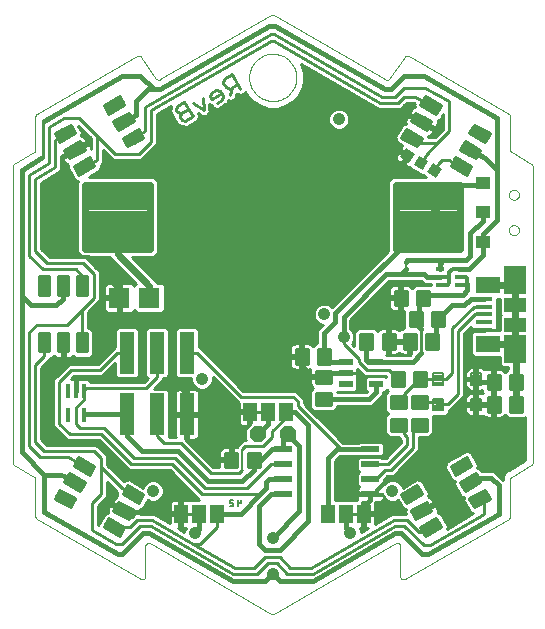
<source format=gbl>
G75*
%MOIN*%
%OFA0B0*%
%FSLAX24Y24*%
%IPPOS*%
%LPD*%
%AMOC8*
5,1,8,0,0,1.08239X$1,22.5*
%
%ADD10C,0.0000*%
%ADD11C,0.0090*%
%ADD12OC8,0.0520*%
%ADD13C,0.0098*%
%ADD14R,0.0472X0.0217*%
%ADD15R,0.0315X0.0157*%
%ADD16C,0.3937*%
%ADD17C,0.0239*%
%ADD18R,0.0709X0.0709*%
%ADD19R,0.0543X0.0177*%
%ADD20R,0.0827X0.0581*%
%ADD21R,0.0748X0.0935*%
%ADD22R,0.0748X0.0463*%
%ADD23R,0.0460X0.0630*%
%ADD24R,0.0610X0.0210*%
%ADD25C,0.0079*%
%ADD26R,0.0500X0.1402*%
%ADD27R,0.0180X0.0460*%
%ADD28C,0.0130*%
%ADD29R,0.0354X0.0354*%
%ADD30R,0.0472X0.0394*%
%ADD31C,0.0410*%
%ADD32C,0.0100*%
%ADD33C,0.0150*%
%ADD34C,0.0130*%
%ADD35C,0.0120*%
%ADD36C,0.0140*%
%ADD37C,0.0240*%
%ADD38C,0.0095*%
%ADD39C,0.0080*%
%ADD40C,0.0060*%
D10*
X000950Y003328D02*
X004410Y001330D01*
X004427Y001322D01*
X004446Y001318D01*
X004465Y001317D01*
X004484Y001320D01*
X004502Y001326D01*
X004518Y001336D01*
X004532Y001348D01*
X004544Y001363D01*
X004553Y001380D01*
X004558Y001398D01*
X004560Y001417D01*
X004560Y002431D01*
X004562Y002450D01*
X004567Y002468D01*
X004576Y002485D01*
X004588Y002500D01*
X004602Y002512D01*
X004618Y002522D01*
X004636Y002528D01*
X004655Y002531D01*
X004674Y002530D01*
X004693Y002525D01*
X004710Y002518D01*
X004710Y002517D02*
X008760Y000179D01*
X008760Y000178D02*
X008776Y000171D01*
X008793Y000167D01*
X008810Y000165D01*
X008827Y000167D01*
X008844Y000171D01*
X008860Y000178D01*
X008860Y000179D02*
X012911Y002517D01*
X012911Y002518D02*
X012928Y002526D01*
X012947Y002530D01*
X012966Y002531D01*
X012985Y002528D01*
X013003Y002522D01*
X013019Y002512D01*
X013033Y002500D01*
X013045Y002485D01*
X013054Y002468D01*
X013059Y002450D01*
X013061Y002431D01*
X013061Y001417D01*
X013063Y001398D01*
X013068Y001380D01*
X013077Y001363D01*
X013089Y001348D01*
X013103Y001336D01*
X013119Y001326D01*
X013137Y001320D01*
X013156Y001317D01*
X013175Y001318D01*
X013194Y001323D01*
X013211Y001330D01*
X016671Y003328D01*
X016721Y003415D02*
X016721Y004659D01*
X016723Y004676D01*
X016727Y004693D01*
X016734Y004709D01*
X016744Y004723D01*
X016757Y004736D01*
X016771Y004746D01*
X017421Y005121D01*
X017471Y005208D02*
X017471Y015092D01*
X017421Y015179D02*
X016771Y015554D01*
X016757Y015564D01*
X016744Y015577D01*
X016734Y015591D01*
X016727Y015607D01*
X016723Y015624D01*
X016721Y015641D01*
X016721Y016755D01*
X016671Y016842D02*
X013336Y018767D01*
X013336Y018768D02*
X013319Y018775D01*
X013301Y018780D01*
X013283Y018781D01*
X013264Y018779D01*
X013247Y018773D01*
X013230Y018764D01*
X013216Y018752D01*
X013204Y018738D01*
X012696Y018012D01*
X012696Y018013D02*
X012684Y017999D01*
X012670Y017987D01*
X012653Y017978D01*
X012636Y017972D01*
X012617Y017970D01*
X012599Y017971D01*
X012581Y017976D01*
X012564Y017983D01*
X008860Y020121D01*
X008760Y020121D02*
X005057Y017983D01*
X005040Y017976D01*
X005022Y017971D01*
X005004Y017970D01*
X004985Y017972D01*
X004968Y017978D01*
X004951Y017987D01*
X004937Y017999D01*
X004925Y018013D01*
X004925Y018012D02*
X004417Y018738D01*
X004405Y018752D01*
X004391Y018764D01*
X004374Y018773D01*
X004357Y018779D01*
X004338Y018781D01*
X004320Y018780D01*
X004302Y018775D01*
X004285Y018768D01*
X004285Y018767D02*
X000950Y016842D01*
X000936Y016832D01*
X000923Y016819D01*
X000913Y016805D01*
X000906Y016789D01*
X000902Y016772D01*
X000900Y016755D01*
X000900Y015641D01*
X000898Y015624D01*
X000894Y015607D01*
X000887Y015591D01*
X000877Y015577D01*
X000864Y015564D01*
X000850Y015554D01*
X000200Y015179D01*
X000186Y015169D01*
X000173Y015156D01*
X000163Y015142D01*
X000156Y015126D01*
X000152Y015109D01*
X000150Y015092D01*
X000150Y005208D01*
X000152Y005191D01*
X000156Y005174D01*
X000163Y005158D01*
X000173Y005144D01*
X000186Y005131D01*
X000200Y005121D01*
X000850Y004746D01*
X000900Y004659D02*
X000900Y003415D01*
X000902Y003398D01*
X000906Y003381D01*
X000913Y003365D01*
X000923Y003351D01*
X000936Y003338D01*
X000950Y003328D01*
X000900Y004659D02*
X000898Y004676D01*
X000894Y004693D01*
X000887Y004709D01*
X000877Y004723D01*
X000864Y004736D01*
X000850Y004746D01*
X008023Y018050D02*
X008025Y018106D01*
X008031Y018161D01*
X008041Y018215D01*
X008054Y018269D01*
X008072Y018322D01*
X008093Y018373D01*
X008117Y018423D01*
X008145Y018471D01*
X008177Y018517D01*
X008211Y018561D01*
X008249Y018602D01*
X008289Y018640D01*
X008332Y018675D01*
X008377Y018707D01*
X008425Y018736D01*
X008474Y018762D01*
X008525Y018784D01*
X008577Y018802D01*
X008631Y018816D01*
X008686Y018827D01*
X008741Y018834D01*
X008796Y018837D01*
X008852Y018836D01*
X008907Y018831D01*
X008962Y018822D01*
X009016Y018810D01*
X009069Y018793D01*
X009121Y018773D01*
X009171Y018749D01*
X009219Y018722D01*
X009266Y018692D01*
X009310Y018658D01*
X009352Y018621D01*
X009390Y018581D01*
X009427Y018539D01*
X009460Y018494D01*
X009489Y018448D01*
X009516Y018399D01*
X009538Y018348D01*
X009558Y018296D01*
X009573Y018242D01*
X009585Y018188D01*
X009593Y018133D01*
X009597Y018078D01*
X009597Y018022D01*
X009593Y017967D01*
X009585Y017912D01*
X009573Y017858D01*
X009558Y017804D01*
X009538Y017752D01*
X009516Y017701D01*
X009489Y017652D01*
X009460Y017606D01*
X009427Y017561D01*
X009390Y017519D01*
X009352Y017479D01*
X009310Y017442D01*
X009266Y017408D01*
X009219Y017378D01*
X009171Y017351D01*
X009121Y017327D01*
X009069Y017307D01*
X009016Y017290D01*
X008962Y017278D01*
X008907Y017269D01*
X008852Y017264D01*
X008796Y017263D01*
X008741Y017266D01*
X008686Y017273D01*
X008631Y017284D01*
X008577Y017298D01*
X008525Y017316D01*
X008474Y017338D01*
X008425Y017364D01*
X008377Y017393D01*
X008332Y017425D01*
X008289Y017460D01*
X008249Y017498D01*
X008211Y017539D01*
X008177Y017583D01*
X008145Y017629D01*
X008117Y017677D01*
X008093Y017727D01*
X008072Y017778D01*
X008054Y017831D01*
X008041Y017885D01*
X008031Y017939D01*
X008025Y017994D01*
X008023Y018050D01*
X008760Y020122D02*
X008776Y020129D01*
X008793Y020133D01*
X008810Y020135D01*
X008827Y020133D01*
X008844Y020129D01*
X008860Y020122D01*
X016671Y016842D02*
X016685Y016832D01*
X016698Y016819D01*
X016708Y016805D01*
X016715Y016789D01*
X016719Y016772D01*
X016721Y016755D01*
X017421Y015179D02*
X017435Y015169D01*
X017448Y015156D01*
X017458Y015142D01*
X017465Y015126D01*
X017469Y015109D01*
X017471Y015092D01*
X016683Y014141D02*
X016685Y014166D01*
X016691Y014191D01*
X016700Y014215D01*
X016713Y014237D01*
X016730Y014257D01*
X016749Y014274D01*
X016770Y014288D01*
X016794Y014298D01*
X016818Y014305D01*
X016844Y014308D01*
X016869Y014307D01*
X016894Y014302D01*
X016918Y014293D01*
X016941Y014281D01*
X016961Y014266D01*
X016979Y014247D01*
X016994Y014226D01*
X017005Y014203D01*
X017013Y014179D01*
X017017Y014154D01*
X017017Y014128D01*
X017013Y014103D01*
X017005Y014079D01*
X016994Y014056D01*
X016979Y014035D01*
X016961Y014016D01*
X016941Y014001D01*
X016918Y013989D01*
X016894Y013980D01*
X016869Y013975D01*
X016844Y013974D01*
X016818Y013977D01*
X016794Y013984D01*
X016770Y013994D01*
X016749Y014008D01*
X016730Y014025D01*
X016713Y014045D01*
X016700Y014067D01*
X016691Y014091D01*
X016685Y014116D01*
X016683Y014141D01*
X016683Y012959D02*
X016685Y012984D01*
X016691Y013009D01*
X016700Y013033D01*
X016713Y013055D01*
X016730Y013075D01*
X016749Y013092D01*
X016770Y013106D01*
X016794Y013116D01*
X016818Y013123D01*
X016844Y013126D01*
X016869Y013125D01*
X016894Y013120D01*
X016918Y013111D01*
X016941Y013099D01*
X016961Y013084D01*
X016979Y013065D01*
X016994Y013044D01*
X017005Y013021D01*
X017013Y012997D01*
X017017Y012972D01*
X017017Y012946D01*
X017013Y012921D01*
X017005Y012897D01*
X016994Y012874D01*
X016979Y012853D01*
X016961Y012834D01*
X016941Y012819D01*
X016918Y012807D01*
X016894Y012798D01*
X016869Y012793D01*
X016844Y012792D01*
X016818Y012795D01*
X016794Y012802D01*
X016770Y012812D01*
X016749Y012826D01*
X016730Y012843D01*
X016713Y012863D01*
X016700Y012885D01*
X016691Y012909D01*
X016685Y012934D01*
X016683Y012959D01*
X017471Y005208D02*
X017469Y005191D01*
X017465Y005174D01*
X017458Y005158D01*
X017448Y005144D01*
X017435Y005131D01*
X017421Y005121D01*
X016721Y003415D02*
X016719Y003398D01*
X016715Y003381D01*
X016708Y003365D01*
X016698Y003351D01*
X016685Y003338D01*
X016671Y003328D01*
D11*
X006145Y016749D02*
X005898Y016606D01*
X005768Y016641D01*
X005720Y016723D01*
X005755Y016853D01*
X006002Y016996D01*
X006152Y017192D02*
X006506Y016958D01*
X006481Y017382D01*
X006725Y017413D02*
X006773Y017331D01*
X007102Y017521D01*
X007055Y017603D02*
X006925Y017638D01*
X006760Y017543D01*
X006725Y017413D01*
X006950Y017214D02*
X007115Y017309D01*
X007150Y017439D01*
X007055Y017603D01*
X007252Y017717D02*
X007382Y017682D01*
X007629Y017825D01*
X007724Y017660D02*
X007438Y018154D01*
X007191Y018012D01*
X007157Y017882D01*
X007252Y017717D01*
X007464Y017730D02*
X007394Y017470D01*
X006145Y016749D02*
X005860Y017243D01*
X005613Y017100D01*
X005578Y016970D01*
X005625Y016888D01*
X005755Y016853D01*
D12*
X008310Y006150D03*
X009310Y006150D03*
D13*
X008371Y005546D02*
X008371Y005054D01*
X007977Y005054D01*
X007977Y005546D01*
X008371Y005546D01*
X008371Y005151D02*
X007977Y005151D01*
X007977Y005248D02*
X008371Y005248D01*
X008371Y005345D02*
X007977Y005345D01*
X007977Y005442D02*
X008371Y005442D01*
X008371Y005539D02*
X007977Y005539D01*
X007623Y005546D02*
X007623Y005054D01*
X007229Y005054D01*
X007229Y005546D01*
X007623Y005546D01*
X007623Y005151D02*
X007229Y005151D01*
X007229Y005248D02*
X007623Y005248D01*
X007623Y005345D02*
X007229Y005345D01*
X007229Y005442D02*
X007623Y005442D01*
X007623Y005539D02*
X007229Y005539D01*
X009973Y008504D02*
X009973Y008996D01*
X009973Y008504D02*
X009579Y008504D01*
X009579Y008996D01*
X009973Y008996D01*
X009973Y008601D02*
X009579Y008601D01*
X009579Y008698D02*
X009973Y008698D01*
X009973Y008795D02*
X009579Y008795D01*
X009579Y008892D02*
X009973Y008892D01*
X009973Y008989D02*
X009579Y008989D01*
X010721Y008996D02*
X010721Y008504D01*
X010327Y008504D01*
X010327Y008996D01*
X010721Y008996D01*
X010721Y008601D02*
X010327Y008601D01*
X010327Y008698D02*
X010721Y008698D01*
X010721Y008795D02*
X010327Y008795D01*
X010327Y008892D02*
X010721Y008892D01*
X010721Y008989D02*
X010327Y008989D01*
X010254Y008271D02*
X010746Y008271D01*
X010746Y007877D01*
X010254Y007877D01*
X010254Y008271D01*
X010254Y007974D02*
X010746Y007974D01*
X010746Y008071D02*
X010254Y008071D01*
X010254Y008168D02*
X010746Y008168D01*
X010746Y008265D02*
X010254Y008265D01*
X010254Y007523D02*
X010746Y007523D01*
X010746Y007129D01*
X010254Y007129D01*
X010254Y007523D01*
X010254Y007226D02*
X010746Y007226D01*
X010746Y007323D02*
X010254Y007323D01*
X010254Y007420D02*
X010746Y007420D01*
X010746Y007517D02*
X010254Y007517D01*
X011729Y009004D02*
X011729Y009496D01*
X012123Y009496D01*
X012123Y009004D01*
X011729Y009004D01*
X011729Y009101D02*
X012123Y009101D01*
X012123Y009198D02*
X011729Y009198D01*
X011729Y009295D02*
X012123Y009295D01*
X012123Y009392D02*
X011729Y009392D01*
X011729Y009489D02*
X012123Y009489D01*
X012477Y009496D02*
X012477Y009004D01*
X012477Y009496D02*
X012871Y009496D01*
X012871Y009004D01*
X012477Y009004D01*
X012477Y009101D02*
X012871Y009101D01*
X012871Y009198D02*
X012477Y009198D01*
X012477Y009295D02*
X012871Y009295D01*
X012871Y009392D02*
X012477Y009392D01*
X012477Y009489D02*
X012871Y009489D01*
X013573Y009496D02*
X013573Y009004D01*
X013179Y009004D01*
X013179Y009496D01*
X013573Y009496D01*
X013573Y009101D02*
X013179Y009101D01*
X013179Y009198D02*
X013573Y009198D01*
X013573Y009295D02*
X013179Y009295D01*
X013179Y009392D02*
X013573Y009392D01*
X013573Y009489D02*
X013179Y009489D01*
X013773Y009754D02*
X013773Y010246D01*
X013773Y009754D02*
X013379Y009754D01*
X013379Y010246D01*
X013773Y010246D01*
X013773Y009851D02*
X013379Y009851D01*
X013379Y009948D02*
X013773Y009948D01*
X013773Y010045D02*
X013379Y010045D01*
X013379Y010142D02*
X013773Y010142D01*
X013773Y010239D02*
X013379Y010239D01*
X013273Y010454D02*
X013273Y010946D01*
X013273Y010454D02*
X012879Y010454D01*
X012879Y010946D01*
X013273Y010946D01*
X013273Y010551D02*
X012879Y010551D01*
X012879Y010648D02*
X013273Y010648D01*
X013273Y010745D02*
X012879Y010745D01*
X012879Y010842D02*
X013273Y010842D01*
X013273Y010939D02*
X012879Y010939D01*
X014021Y010946D02*
X014021Y010454D01*
X013627Y010454D01*
X013627Y010946D01*
X014021Y010946D01*
X014021Y010551D02*
X013627Y010551D01*
X013627Y010648D02*
X014021Y010648D01*
X014021Y010745D02*
X013627Y010745D01*
X013627Y010842D02*
X014021Y010842D01*
X014021Y010939D02*
X013627Y010939D01*
X014521Y010246D02*
X014521Y009754D01*
X014127Y009754D01*
X014127Y010246D01*
X014521Y010246D01*
X014521Y009851D02*
X014127Y009851D01*
X014127Y009948D02*
X014521Y009948D01*
X014521Y010045D02*
X014127Y010045D01*
X014127Y010142D02*
X014521Y010142D01*
X014521Y010239D02*
X014127Y010239D01*
X014321Y009496D02*
X014321Y009004D01*
X013927Y009004D01*
X013927Y009496D01*
X014321Y009496D01*
X014321Y009101D02*
X013927Y009101D01*
X013927Y009198D02*
X014321Y009198D01*
X014321Y009295D02*
X013927Y009295D01*
X013927Y009392D02*
X014321Y009392D01*
X014321Y009489D02*
X013927Y009489D01*
X013921Y008246D02*
X013921Y007754D01*
X013527Y007754D01*
X013527Y008246D01*
X013921Y008246D01*
X013921Y007851D02*
X013527Y007851D01*
X013527Y007948D02*
X013921Y007948D01*
X013921Y008045D02*
X013527Y008045D01*
X013527Y008142D02*
X013921Y008142D01*
X013921Y008239D02*
X013527Y008239D01*
X013173Y008246D02*
X013173Y007754D01*
X012779Y007754D01*
X012779Y008246D01*
X013173Y008246D01*
X013173Y007851D02*
X012779Y007851D01*
X012779Y007948D02*
X013173Y007948D01*
X013173Y008045D02*
X012779Y008045D01*
X012779Y008142D02*
X013173Y008142D01*
X013173Y008239D02*
X012779Y008239D01*
X012754Y007421D02*
X013246Y007421D01*
X013246Y007027D01*
X012754Y007027D01*
X012754Y007421D01*
X012754Y007124D02*
X013246Y007124D01*
X013246Y007221D02*
X012754Y007221D01*
X012754Y007318D02*
X013246Y007318D01*
X013246Y007415D02*
X012754Y007415D01*
X013454Y007421D02*
X013946Y007421D01*
X013946Y007027D01*
X013454Y007027D01*
X013454Y007421D01*
X013454Y007124D02*
X013946Y007124D01*
X013946Y007221D02*
X013454Y007221D01*
X013454Y007318D02*
X013946Y007318D01*
X013946Y007415D02*
X013454Y007415D01*
X013454Y006673D02*
X013946Y006673D01*
X013946Y006279D01*
X013454Y006279D01*
X013454Y006673D01*
X013454Y006376D02*
X013946Y006376D01*
X013946Y006473D02*
X013454Y006473D01*
X013454Y006570D02*
X013946Y006570D01*
X013946Y006667D02*
X013454Y006667D01*
X013246Y006673D02*
X012754Y006673D01*
X013246Y006673D02*
X013246Y006279D01*
X012754Y006279D01*
X012754Y006673D01*
X012754Y006376D02*
X013246Y006376D01*
X013246Y006473D02*
X012754Y006473D01*
X012754Y006570D02*
X013246Y006570D01*
X013246Y006667D02*
X012754Y006667D01*
X016373Y006904D02*
X016373Y007396D01*
X016373Y006904D02*
X015979Y006904D01*
X015979Y007396D01*
X016373Y007396D01*
X016373Y007001D02*
X015979Y007001D01*
X015979Y007098D02*
X016373Y007098D01*
X016373Y007195D02*
X015979Y007195D01*
X015979Y007292D02*
X016373Y007292D01*
X016373Y007389D02*
X015979Y007389D01*
X015979Y007654D02*
X015979Y008146D01*
X016373Y008146D01*
X016373Y007654D01*
X015979Y007654D01*
X015979Y007751D02*
X016373Y007751D01*
X016373Y007848D02*
X015979Y007848D01*
X015979Y007945D02*
X016373Y007945D01*
X016373Y008042D02*
X015979Y008042D01*
X015979Y008139D02*
X016373Y008139D01*
X016727Y008146D02*
X016727Y007654D01*
X016727Y008146D02*
X017121Y008146D01*
X017121Y007654D01*
X016727Y007654D01*
X016727Y007751D02*
X017121Y007751D01*
X017121Y007848D02*
X016727Y007848D01*
X016727Y007945D02*
X017121Y007945D01*
X017121Y008042D02*
X016727Y008042D01*
X016727Y008139D02*
X017121Y008139D01*
X017121Y007396D02*
X017121Y006904D01*
X016727Y006904D01*
X016727Y007396D01*
X017121Y007396D01*
X017121Y007001D02*
X016727Y007001D01*
X016727Y007098D02*
X017121Y007098D01*
X017121Y007195D02*
X016727Y007195D01*
X016727Y007292D02*
X017121Y007292D01*
X017121Y007389D02*
X016727Y007389D01*
D14*
X012262Y007826D03*
X012262Y008574D03*
X011238Y008574D03*
X011238Y008200D03*
X011238Y007826D03*
D15*
X014385Y011144D03*
X014385Y011400D03*
X014385Y011656D03*
X015015Y011656D03*
X015015Y011400D03*
X015015Y011144D03*
D16*
X008810Y013400D03*
D17*
X004715Y014476D02*
X002563Y014476D01*
X004715Y014476D02*
X004715Y012324D01*
X002563Y012324D01*
X002563Y014476D01*
X002563Y012562D02*
X004715Y012562D01*
X004715Y012800D02*
X002563Y012800D01*
X002563Y013038D02*
X004715Y013038D01*
X004715Y013276D02*
X002563Y013276D01*
X002563Y013514D02*
X004715Y013514D01*
X004715Y013752D02*
X002563Y013752D01*
X002563Y013990D02*
X004715Y013990D01*
X004715Y014228D02*
X002563Y014228D01*
X002563Y014466D02*
X004715Y014466D01*
X012906Y014476D02*
X015058Y014476D01*
X015058Y012324D01*
X012906Y012324D01*
X012906Y014476D01*
X012906Y012562D02*
X015058Y012562D01*
X015058Y012800D02*
X012906Y012800D01*
X012906Y013038D02*
X015058Y013038D01*
X015058Y013276D02*
X012906Y013276D01*
X012906Y013514D02*
X015058Y013514D01*
X015058Y013752D02*
X012906Y013752D01*
X012906Y013990D02*
X015058Y013990D01*
X015058Y014228D02*
X012906Y014228D01*
X012906Y014466D02*
X015058Y014466D01*
D18*
X004700Y010700D03*
X003700Y010700D03*
D19*
X015850Y010662D03*
X015850Y010406D03*
X015850Y010150D03*
X015850Y009894D03*
X015850Y009638D03*
D20*
X015992Y009181D03*
X015992Y011119D03*
D21*
X016897Y011297D03*
X016897Y009003D03*
D22*
X016897Y009815D03*
X016897Y010473D03*
D23*
X011850Y003500D03*
X011250Y003500D03*
X010650Y003500D03*
X009250Y006900D03*
X008650Y006900D03*
X008050Y006900D03*
X006950Y003500D03*
X006350Y003500D03*
X005750Y003500D03*
D24*
X009140Y004150D03*
X009140Y004650D03*
X009140Y005150D03*
X009140Y005650D03*
X012060Y005650D03*
X012060Y005150D03*
X012060Y004650D03*
X012060Y004150D03*
D25*
X014162Y006953D02*
X014162Y007347D01*
X014478Y007347D01*
X014478Y006953D01*
X014162Y006953D01*
X014162Y007031D02*
X014478Y007031D01*
X014478Y007109D02*
X014162Y007109D01*
X014162Y007187D02*
X014478Y007187D01*
X014478Y007265D02*
X014162Y007265D01*
X014162Y007343D02*
X014478Y007343D01*
X014162Y007803D02*
X014162Y008197D01*
X014478Y008197D01*
X014478Y007803D01*
X014162Y007803D01*
X014162Y007881D02*
X014478Y007881D01*
X014478Y007959D02*
X014162Y007959D01*
X014162Y008037D02*
X014478Y008037D01*
X014478Y008115D02*
X014162Y008115D01*
X014162Y008193D02*
X014478Y008193D01*
X015422Y008197D02*
X015422Y007803D01*
X015422Y008197D02*
X015738Y008197D01*
X015738Y007803D01*
X015422Y007803D01*
X015422Y007881D02*
X015738Y007881D01*
X015738Y007959D02*
X015422Y007959D01*
X015422Y008037D02*
X015738Y008037D01*
X015738Y008115D02*
X015422Y008115D01*
X015422Y008193D02*
X015738Y008193D01*
X015422Y007347D02*
X015422Y006953D01*
X015422Y007347D02*
X015738Y007347D01*
X015738Y006953D01*
X015422Y006953D01*
X015422Y007031D02*
X015738Y007031D01*
X015738Y007109D02*
X015422Y007109D01*
X015422Y007187D02*
X015738Y007187D01*
X015738Y007265D02*
X015422Y007265D01*
X015422Y007343D02*
X015738Y007343D01*
X013250Y011650D02*
X013250Y011900D01*
D26*
X005950Y008876D03*
X004950Y008876D03*
X003950Y008876D03*
X003950Y006824D03*
X004950Y006824D03*
X005950Y006824D03*
D27*
X002510Y006790D03*
X001990Y006790D03*
X001990Y007610D03*
X002250Y007610D03*
X002510Y007610D03*
D28*
X002611Y008916D02*
X002611Y009494D01*
X002611Y008916D02*
X002309Y008916D01*
X002309Y009494D01*
X002611Y009494D01*
X002611Y009045D02*
X002309Y009045D01*
X002309Y009174D02*
X002611Y009174D01*
X002611Y009303D02*
X002309Y009303D01*
X002309Y009432D02*
X002611Y009432D01*
X001981Y009494D02*
X001981Y008916D01*
X001679Y008916D01*
X001679Y009494D01*
X001981Y009494D01*
X001981Y009045D02*
X001679Y009045D01*
X001679Y009174D02*
X001981Y009174D01*
X001981Y009303D02*
X001679Y009303D01*
X001679Y009432D02*
X001981Y009432D01*
X001351Y009494D02*
X001351Y008916D01*
X001049Y008916D01*
X001049Y009494D01*
X001351Y009494D01*
X001351Y009045D02*
X001049Y009045D01*
X001049Y009174D02*
X001351Y009174D01*
X001351Y009303D02*
X001049Y009303D01*
X001049Y009432D02*
X001351Y009432D01*
X001351Y010806D02*
X001351Y011384D01*
X001351Y010806D02*
X001049Y010806D01*
X001049Y011384D01*
X001351Y011384D01*
X001351Y010935D02*
X001049Y010935D01*
X001049Y011064D02*
X001351Y011064D01*
X001351Y011193D02*
X001049Y011193D01*
X001049Y011322D02*
X001351Y011322D01*
X001981Y011384D02*
X001981Y010806D01*
X001679Y010806D01*
X001679Y011384D01*
X001981Y011384D01*
X001981Y010935D02*
X001679Y010935D01*
X001679Y011064D02*
X001981Y011064D01*
X001981Y011193D02*
X001679Y011193D01*
X001679Y011322D02*
X001981Y011322D01*
X002611Y011384D02*
X002611Y010806D01*
X002309Y010806D01*
X002309Y011384D01*
X002611Y011384D01*
X002611Y010935D02*
X002309Y010935D01*
X002309Y011064D02*
X002611Y011064D01*
X002611Y011193D02*
X002309Y011193D01*
X002309Y011322D02*
X002611Y011322D01*
X002353Y014807D02*
X002852Y015095D01*
X002353Y014807D02*
X002202Y015069D01*
X002701Y015357D01*
X002852Y015095D01*
X002577Y014936D02*
X002279Y014936D01*
X002204Y015065D02*
X002800Y015065D01*
X002795Y015194D02*
X002419Y015194D01*
X002642Y015323D02*
X002721Y015323D01*
X002537Y015641D02*
X002038Y015353D01*
X001887Y015615D01*
X002386Y015903D01*
X002537Y015641D01*
X002262Y015482D02*
X001964Y015482D01*
X001889Y015611D02*
X002485Y015611D01*
X002480Y015740D02*
X002104Y015740D01*
X002327Y015869D02*
X002406Y015869D01*
X002222Y016186D02*
X001723Y015898D01*
X001572Y016160D01*
X002071Y016448D01*
X002222Y016186D01*
X001947Y016027D02*
X001649Y016027D01*
X001574Y016156D02*
X002170Y016156D01*
X002165Y016285D02*
X001789Y016285D01*
X002012Y016414D02*
X002091Y016414D01*
X003359Y016843D02*
X003858Y017131D01*
X003359Y016843D02*
X003208Y017105D01*
X003707Y017393D01*
X003858Y017131D01*
X003583Y016972D02*
X003285Y016972D01*
X003210Y017101D02*
X003806Y017101D01*
X003801Y017230D02*
X003425Y017230D01*
X003648Y017359D02*
X003727Y017359D01*
X004173Y016585D02*
X003674Y016297D01*
X003523Y016559D01*
X004022Y016847D01*
X004173Y016585D01*
X003898Y016426D02*
X003600Y016426D01*
X003525Y016555D02*
X004121Y016555D01*
X004116Y016684D02*
X003740Y016684D01*
X003963Y016813D02*
X004042Y016813D01*
X004488Y016040D02*
X003989Y015752D01*
X003838Y016014D01*
X004337Y016302D01*
X004488Y016040D01*
X004213Y015881D02*
X003915Y015881D01*
X003840Y016010D02*
X004436Y016010D01*
X004431Y016139D02*
X004055Y016139D01*
X004278Y016268D02*
X004357Y016268D01*
X013132Y016040D02*
X013631Y015752D01*
X013132Y016040D02*
X013283Y016302D01*
X013782Y016014D01*
X013631Y015752D01*
X013705Y015881D02*
X013407Y015881D01*
X013184Y016010D02*
X013780Y016010D01*
X013565Y016139D02*
X013189Y016139D01*
X013263Y016268D02*
X013342Y016268D01*
X013447Y016585D02*
X013946Y016297D01*
X013447Y016585D02*
X013598Y016847D01*
X014097Y016559D01*
X013946Y016297D01*
X014020Y016426D02*
X013722Y016426D01*
X013499Y016555D02*
X014095Y016555D01*
X013880Y016684D02*
X013504Y016684D01*
X013578Y016813D02*
X013657Y016813D01*
X013762Y017131D02*
X014261Y016843D01*
X013762Y017131D02*
X013913Y017393D01*
X014412Y017105D01*
X014261Y016843D01*
X014335Y016972D02*
X014037Y016972D01*
X013814Y017101D02*
X014410Y017101D01*
X014195Y017230D02*
X013819Y017230D01*
X013893Y017359D02*
X013972Y017359D01*
X015083Y015641D02*
X015582Y015353D01*
X015083Y015641D02*
X015234Y015903D01*
X015733Y015615D01*
X015582Y015353D01*
X015656Y015482D02*
X015358Y015482D01*
X015135Y015611D02*
X015731Y015611D01*
X015516Y015740D02*
X015140Y015740D01*
X015214Y015869D02*
X015293Y015869D01*
X015398Y016186D02*
X015897Y015898D01*
X015398Y016186D02*
X015549Y016448D01*
X016048Y016160D01*
X015897Y015898D01*
X015971Y016027D02*
X015673Y016027D01*
X015450Y016156D02*
X016046Y016156D01*
X015831Y016285D02*
X015455Y016285D01*
X015529Y016414D02*
X015608Y016414D01*
X014768Y015095D02*
X015267Y014807D01*
X014768Y015095D02*
X014919Y015357D01*
X015418Y015069D01*
X015267Y014807D01*
X015341Y014936D02*
X015043Y014936D01*
X014820Y015065D02*
X015416Y015065D01*
X015201Y015194D02*
X014825Y015194D01*
X014899Y015323D02*
X014978Y015323D01*
X015418Y005101D02*
X014919Y004813D01*
X014768Y005075D01*
X015267Y005363D01*
X015418Y005101D01*
X015143Y004942D02*
X014845Y004942D01*
X014770Y005071D02*
X015366Y005071D01*
X015361Y005200D02*
X014985Y005200D01*
X015208Y005329D02*
X015287Y005329D01*
X015733Y004555D02*
X015234Y004267D01*
X015083Y004529D01*
X015582Y004817D01*
X015733Y004555D01*
X015458Y004396D02*
X015160Y004396D01*
X015085Y004525D02*
X015681Y004525D01*
X015676Y004654D02*
X015300Y004654D01*
X015523Y004783D02*
X015602Y004783D01*
X016048Y004010D02*
X015549Y003722D01*
X015398Y003984D01*
X015897Y004272D01*
X016048Y004010D01*
X015773Y003851D02*
X015475Y003851D01*
X015400Y003980D02*
X015996Y003980D01*
X015991Y004109D02*
X015615Y004109D01*
X015838Y004238D02*
X015917Y004238D01*
X014412Y003065D02*
X013913Y002777D01*
X013762Y003039D01*
X014261Y003327D01*
X014412Y003065D01*
X014137Y002906D02*
X013839Y002906D01*
X013764Y003035D02*
X014360Y003035D01*
X014355Y003164D02*
X013979Y003164D01*
X014202Y003293D02*
X014281Y003293D01*
X014097Y003611D02*
X013598Y003323D01*
X013447Y003585D01*
X013946Y003873D01*
X014097Y003611D01*
X013822Y003452D02*
X013524Y003452D01*
X013449Y003581D02*
X014045Y003581D01*
X014040Y003710D02*
X013664Y003710D01*
X013887Y003839D02*
X013966Y003839D01*
X013782Y004156D02*
X013283Y003868D01*
X013132Y004130D01*
X013631Y004418D01*
X013782Y004156D01*
X013507Y003997D02*
X013209Y003997D01*
X013134Y004126D02*
X013730Y004126D01*
X013725Y004255D02*
X013349Y004255D01*
X013572Y004384D02*
X013651Y004384D01*
X004488Y004130D02*
X003989Y004418D01*
X004488Y004130D02*
X004337Y003868D01*
X003838Y004156D01*
X003989Y004418D01*
X004113Y003997D02*
X004411Y003997D01*
X004486Y004126D02*
X003890Y004126D01*
X003895Y004255D02*
X004271Y004255D01*
X004048Y004384D02*
X003969Y004384D01*
X003674Y003873D02*
X004173Y003585D01*
X004022Y003323D01*
X003523Y003611D01*
X003674Y003873D01*
X003798Y003452D02*
X004096Y003452D01*
X004171Y003581D02*
X003575Y003581D01*
X003580Y003710D02*
X003956Y003710D01*
X003733Y003839D02*
X003654Y003839D01*
X003359Y003327D02*
X003858Y003039D01*
X003707Y002777D01*
X003208Y003065D01*
X003359Y003327D01*
X003483Y002906D02*
X003781Y002906D01*
X003856Y003035D02*
X003260Y003035D01*
X003265Y003164D02*
X003641Y003164D01*
X003418Y003293D02*
X003339Y003293D01*
X002537Y004529D02*
X002038Y004817D01*
X002537Y004529D02*
X002386Y004267D01*
X001887Y004555D01*
X002038Y004817D01*
X002162Y004396D02*
X002460Y004396D01*
X002535Y004525D02*
X001939Y004525D01*
X001944Y004654D02*
X002320Y004654D01*
X002097Y004783D02*
X002018Y004783D01*
X002353Y005363D02*
X002852Y005075D01*
X002701Y004813D01*
X002202Y005101D01*
X002353Y005363D01*
X002477Y004942D02*
X002775Y004942D01*
X002850Y005071D02*
X002254Y005071D01*
X002259Y005200D02*
X002635Y005200D01*
X002412Y005329D02*
X002333Y005329D01*
X001723Y004272D02*
X002222Y003984D01*
X002071Y003722D01*
X001572Y004010D01*
X001723Y004272D01*
X001847Y003851D02*
X002145Y003851D01*
X002220Y003980D02*
X001624Y003980D01*
X001629Y004109D02*
X002005Y004109D01*
X001782Y004238D02*
X001703Y004238D01*
D29*
G36*
X013236Y015691D02*
X013541Y015514D01*
X013364Y015209D01*
X013059Y015386D01*
X013236Y015691D01*
G37*
G36*
X013686Y015441D02*
X013991Y015264D01*
X013814Y014959D01*
X013509Y015136D01*
X013686Y015441D01*
G37*
G36*
X014136Y015191D02*
X014441Y015014D01*
X014264Y014709D01*
X013959Y014886D01*
X014136Y015191D01*
G37*
D30*
X015826Y014534D03*
X015826Y013550D03*
X015826Y012566D03*
D31*
X012170Y009900D03*
X011170Y009400D03*
X010530Y010150D03*
X011030Y011150D03*
X011010Y015650D03*
X011010Y016650D03*
X006450Y008000D03*
X005450Y008000D03*
X004820Y004270D03*
X006220Y002870D03*
X008810Y002695D03*
X008810Y001495D03*
X011400Y002870D03*
X012800Y004270D03*
D32*
X003600Y002500D02*
X002800Y002950D01*
X002800Y003850D01*
X003100Y004150D01*
X003100Y005050D01*
X003800Y004350D01*
X004163Y004143D01*
X004476Y004386D02*
X004484Y004386D01*
X004482Y004382D02*
X004019Y004650D01*
X003847Y004604D01*
X003840Y004592D01*
X003300Y005133D01*
X003300Y005433D01*
X003183Y005550D01*
X003183Y005550D01*
X002933Y005800D01*
X001283Y005800D01*
X001100Y005983D01*
X001100Y008367D01*
X001400Y008667D01*
X001400Y008701D01*
X001441Y008701D01*
X001515Y008775D01*
X001546Y008744D01*
X001595Y008715D01*
X001650Y008701D01*
X001780Y008701D01*
X001780Y009155D01*
X001880Y009155D01*
X001880Y008701D01*
X002010Y008701D01*
X002065Y008715D01*
X002114Y008744D01*
X002145Y008775D01*
X002219Y008701D01*
X002701Y008701D01*
X002826Y008827D01*
X002826Y009584D01*
X002701Y009709D01*
X002655Y009709D01*
X002651Y010218D01*
X003050Y010617D01*
X003050Y011583D01*
X002933Y011700D01*
X002583Y012050D01*
X001383Y012050D01*
X001100Y012333D01*
X001100Y014538D01*
X001607Y014850D01*
X001633Y014850D01*
X001675Y014892D01*
X001725Y014923D01*
X001731Y014949D01*
X001750Y014967D01*
X001750Y015027D01*
X001764Y015084D01*
X001750Y015107D01*
X001750Y015419D01*
X002143Y015646D01*
X002193Y015559D01*
X001800Y015332D01*
X001865Y015220D01*
X001905Y015180D01*
X001954Y015151D01*
X001997Y015140D01*
X001970Y015038D01*
X002210Y014621D01*
X002320Y014592D01*
X002294Y014529D01*
X002294Y012271D01*
X002335Y012172D01*
X002411Y012096D01*
X002510Y012055D01*
X003391Y012055D01*
X003410Y012008D01*
X003486Y011932D01*
X004249Y011169D01*
X004196Y011116D01*
X004196Y011106D01*
X004194Y011112D01*
X004174Y011146D01*
X004146Y011174D01*
X004112Y011194D01*
X004074Y011204D01*
X003750Y011204D01*
X003750Y010750D01*
X003650Y010750D01*
X003650Y011204D01*
X003326Y011204D01*
X003288Y011194D01*
X003254Y011174D01*
X003226Y011146D01*
X003206Y011112D01*
X003196Y011074D01*
X003196Y010750D01*
X003650Y010750D01*
X003650Y010650D01*
X003750Y010650D01*
X003750Y010196D01*
X004074Y010196D01*
X004112Y010206D01*
X004146Y010226D01*
X004174Y010254D01*
X004194Y010288D01*
X004196Y010294D01*
X004196Y010284D01*
X004284Y010196D01*
X005116Y010196D01*
X005204Y010284D01*
X005204Y011116D01*
X005116Y011204D01*
X004949Y011204D01*
X004929Y011253D01*
X004127Y012055D01*
X004768Y012055D01*
X004867Y012096D01*
X004943Y012172D01*
X004984Y012271D01*
X004984Y014529D01*
X004943Y014628D01*
X004867Y014704D01*
X004768Y014745D01*
X002676Y014745D01*
X003038Y014954D01*
X003084Y015126D01*
X003075Y015141D01*
X003121Y015167D01*
X003129Y015196D01*
X003150Y015217D01*
X003150Y015273D01*
X003165Y015327D01*
X003150Y015353D01*
X003150Y015617D01*
X003467Y015300D01*
X004433Y015300D01*
X004550Y015417D01*
X004950Y015817D01*
X004950Y016834D01*
X005410Y017099D01*
X005403Y017073D01*
X005369Y016943D01*
X005449Y016803D01*
X005486Y016739D01*
X005497Y016721D01*
X005516Y016715D01*
X005511Y016696D01*
X005522Y016678D01*
X005592Y016556D01*
X005629Y016492D01*
X005639Y016473D01*
X005769Y016439D01*
X005925Y016397D01*
X005936Y016403D01*
X006065Y016478D01*
X006203Y016557D01*
X006312Y016620D01*
X006341Y016727D01*
X006354Y016776D01*
X006334Y016812D01*
X006309Y016854D01*
X006387Y016802D01*
X006438Y016758D01*
X006453Y016759D01*
X006466Y016750D01*
X006532Y016764D01*
X006599Y016768D01*
X006609Y016780D01*
X006625Y016783D01*
X006662Y016839D01*
X006706Y016889D01*
X006705Y016904D01*
X006714Y016917D01*
X006700Y016983D01*
X006690Y017151D01*
X006774Y017129D01*
X006822Y017046D01*
X006978Y017005D01*
X007229Y017150D01*
X007283Y017180D01*
X007310Y017282D01*
X007312Y017290D01*
X007422Y017261D01*
X007562Y017342D01*
X007602Y017491D01*
X007751Y017451D01*
X007891Y017532D01*
X007898Y017556D01*
X007980Y017413D01*
X008173Y017220D01*
X008410Y017083D01*
X008674Y017013D01*
X008947Y017013D01*
X009211Y017083D01*
X009447Y017220D01*
X009640Y017413D01*
X009777Y017650D01*
X009848Y017913D01*
X009848Y018187D01*
X009777Y018450D01*
X009748Y018500D01*
X012277Y017040D01*
X012317Y017000D01*
X012346Y017000D01*
X012372Y016985D01*
X012426Y017000D01*
X013083Y017000D01*
X013200Y017117D01*
X013283Y017200D01*
X013501Y017200D01*
X013540Y017179D01*
X013530Y017162D01*
X013557Y017060D01*
X013514Y017049D01*
X013465Y017020D01*
X013425Y016980D01*
X013360Y016868D01*
X013753Y016641D01*
X013703Y016554D01*
X013310Y016781D01*
X013245Y016669D01*
X013230Y016614D01*
X013230Y016558D01*
X013242Y016515D01*
X013140Y016487D01*
X012900Y016071D01*
X012946Y015899D01*
X013126Y015795D01*
X013115Y015784D01*
X013036Y015647D01*
X013286Y015503D01*
X013247Y015436D01*
X012997Y015580D01*
X012918Y015443D01*
X012908Y015405D01*
X012908Y015365D01*
X012918Y015327D01*
X012938Y015293D01*
X012966Y015265D01*
X013103Y015186D01*
X013247Y015436D01*
X013314Y015397D01*
X013170Y015147D01*
X013307Y015068D01*
X013345Y015058D01*
X013373Y015058D01*
X013379Y015036D01*
X013794Y014797D01*
X013824Y014805D01*
X013829Y014786D01*
X013901Y014745D01*
X012853Y014745D01*
X012753Y014704D01*
X012678Y014628D01*
X012637Y014529D01*
X012637Y012271D01*
X012641Y012260D01*
X010782Y010400D01*
X010731Y010451D01*
X010601Y010505D01*
X010460Y010505D01*
X010329Y010451D01*
X010229Y010351D01*
X010175Y010221D01*
X010175Y010079D01*
X010229Y009949D01*
X010329Y009849D01*
X010460Y009795D01*
X010477Y009795D01*
X010299Y009617D01*
X010299Y009195D01*
X010245Y009195D01*
X010145Y009096D01*
X010132Y009118D01*
X010095Y009155D01*
X010050Y009182D01*
X009999Y009195D01*
X009826Y009195D01*
X009826Y008800D01*
X009726Y008800D01*
X009726Y009195D01*
X009553Y009195D01*
X009502Y009182D01*
X009457Y009155D01*
X009420Y009118D01*
X009393Y009073D01*
X009380Y009022D01*
X009380Y008800D01*
X009726Y008800D01*
X009726Y008700D01*
X009826Y008700D01*
X009826Y008305D01*
X009999Y008305D01*
X010050Y008318D01*
X010062Y008326D01*
X010062Y008326D01*
X010055Y008297D01*
X010055Y008124D01*
X010450Y008124D01*
X010450Y008024D01*
X010055Y008024D01*
X010055Y007851D01*
X010068Y007800D01*
X010095Y007755D01*
X010132Y007718D01*
X010154Y007705D01*
X010055Y007605D01*
X010055Y007047D01*
X010171Y006930D01*
X010829Y006930D01*
X010945Y007047D01*
X010945Y007101D01*
X012119Y007101D01*
X012355Y007337D01*
X012487Y007469D01*
X012487Y007568D01*
X012560Y007568D01*
X012622Y007629D01*
X012651Y007600D01*
X012555Y007503D01*
X012555Y006945D01*
X012649Y006850D01*
X012555Y006755D01*
X012555Y006197D01*
X012671Y006080D01*
X013000Y006080D01*
X013000Y006067D01*
X013100Y005967D01*
X013100Y005883D01*
X012567Y005350D01*
X012482Y005350D01*
X012432Y005400D01*
X012515Y005483D01*
X012515Y005817D01*
X012427Y005905D01*
X011693Y005905D01*
X011663Y005875D01*
X011158Y005875D01*
X009850Y007183D01*
X009850Y007333D01*
X009733Y007450D01*
X009583Y007600D01*
X007833Y007600D01*
X006474Y008958D01*
X006357Y009076D01*
X006350Y009076D01*
X006350Y009639D01*
X006262Y009726D01*
X005638Y009726D01*
X005550Y009639D01*
X005550Y008113D01*
X005638Y008025D01*
X006095Y008025D01*
X006095Y007929D01*
X006149Y007799D01*
X006249Y007699D01*
X006380Y007645D01*
X006521Y007645D01*
X006651Y007699D01*
X006751Y007799D01*
X006805Y007929D01*
X006805Y008062D01*
X007667Y007200D01*
X007670Y007200D01*
X007670Y006950D01*
X008000Y006950D01*
X008000Y006850D01*
X007670Y006850D01*
X007670Y006565D01*
X007680Y006527D01*
X007700Y006493D01*
X007728Y006465D01*
X007762Y006445D01*
X007800Y006435D01*
X008000Y006435D01*
X008000Y006817D01*
X008100Y006717D01*
X008100Y006520D01*
X007900Y006320D01*
X007900Y005980D01*
X007930Y005950D01*
X007817Y005950D01*
X007700Y005833D01*
X007612Y005745D01*
X007476Y005745D01*
X007476Y005350D01*
X007376Y005350D01*
X007376Y005745D01*
X007203Y005745D01*
X007152Y005732D01*
X007107Y005705D01*
X007070Y005668D01*
X007043Y005623D01*
X007030Y005572D01*
X007030Y005350D01*
X007376Y005350D01*
X007376Y005250D01*
X007030Y005250D01*
X007030Y005050D01*
X006833Y005050D01*
X005950Y005933D01*
X005900Y005983D01*
X005900Y006774D01*
X006000Y006774D01*
X006000Y005974D01*
X006220Y005974D01*
X006258Y005984D01*
X006292Y006004D01*
X006320Y006032D01*
X006340Y006066D01*
X006350Y006104D01*
X006350Y006774D01*
X006000Y006774D01*
X006000Y006874D01*
X006350Y006874D01*
X006350Y007545D01*
X006340Y007583D01*
X006320Y007617D01*
X006292Y007645D01*
X006258Y007665D01*
X006220Y007675D01*
X006000Y007675D01*
X006000Y006874D01*
X005900Y006874D01*
X005900Y006774D01*
X005550Y006774D01*
X005550Y006104D01*
X005560Y006066D01*
X005569Y006050D01*
X005339Y006050D01*
X005350Y006061D01*
X005350Y007587D01*
X005262Y007675D01*
X004858Y007675D01*
X005150Y007967D01*
X005150Y008025D01*
X005262Y008025D01*
X005350Y008113D01*
X005350Y009639D01*
X005262Y009726D01*
X004638Y009726D01*
X004550Y009639D01*
X004550Y008113D01*
X004638Y008025D01*
X004642Y008025D01*
X004517Y007900D01*
X002750Y007900D01*
X002750Y007902D01*
X002662Y007990D01*
X002250Y007990D01*
X002250Y007610D01*
X002250Y007610D01*
X002250Y007990D01*
X002140Y007990D01*
X002073Y007990D01*
X002183Y008100D01*
X003133Y008100D01*
X003250Y008217D01*
X003550Y008517D01*
X003550Y008113D01*
X003638Y008025D01*
X004262Y008025D01*
X004350Y008113D01*
X004350Y009639D01*
X004262Y009726D01*
X003638Y009726D01*
X003550Y009639D01*
X003550Y009076D01*
X003543Y009076D01*
X002967Y008500D01*
X002017Y008500D01*
X001617Y008100D01*
X001500Y007983D01*
X001500Y006417D01*
X001850Y006067D01*
X001967Y005950D01*
X003017Y005950D01*
X004017Y004950D01*
X005367Y004950D01*
X006352Y003965D01*
X006058Y003965D01*
X006044Y003951D01*
X006038Y003955D01*
X006000Y003965D01*
X005800Y003965D01*
X005800Y003683D01*
X005700Y003583D01*
X005700Y003965D01*
X005500Y003965D01*
X005462Y003955D01*
X005428Y003935D01*
X005400Y003907D01*
X005380Y003873D01*
X005370Y003835D01*
X005370Y003550D01*
X005700Y003550D01*
X005700Y003450D01*
X005370Y003450D01*
X005370Y003195D01*
X004924Y003459D01*
X004883Y003500D01*
X004855Y003500D01*
X004831Y003514D01*
X004775Y003500D01*
X004374Y003500D01*
X004375Y003501D01*
X004390Y003556D01*
X004390Y003612D01*
X004378Y003655D01*
X004480Y003683D01*
X004640Y003960D01*
X004750Y003915D01*
X004891Y003915D01*
X005021Y003969D01*
X005121Y004069D01*
X005175Y004199D01*
X005175Y004341D01*
X005121Y004471D01*
X005021Y004571D01*
X004891Y004625D01*
X004750Y004625D01*
X004619Y004571D01*
X004519Y004471D01*
X004482Y004382D01*
X004532Y004484D02*
X004306Y004484D01*
X004135Y004583D02*
X004647Y004583D01*
X004993Y004583D02*
X005735Y004583D01*
X005636Y004681D02*
X003752Y004681D01*
X003653Y004780D02*
X005538Y004780D01*
X005439Y004878D02*
X003555Y004878D01*
X003456Y004977D02*
X003991Y004977D01*
X003892Y005075D02*
X003358Y005075D01*
X003300Y005174D02*
X003794Y005174D01*
X003695Y005272D02*
X003300Y005272D01*
X003300Y005371D02*
X003597Y005371D01*
X003498Y005469D02*
X003264Y005469D01*
X003165Y005568D02*
X003400Y005568D01*
X003301Y005666D02*
X003067Y005666D01*
X002968Y005765D02*
X003203Y005765D01*
X003104Y005863D02*
X001220Y005863D01*
X001121Y005962D02*
X001956Y005962D01*
X001857Y006060D02*
X001100Y006060D01*
X001100Y006159D02*
X001759Y006159D01*
X001660Y006257D02*
X001100Y006257D01*
X001100Y006356D02*
X001562Y006356D01*
X001500Y006454D02*
X001100Y006454D01*
X001100Y006553D02*
X001500Y006553D01*
X001500Y006651D02*
X001100Y006651D01*
X001100Y006750D02*
X001500Y006750D01*
X001500Y006848D02*
X001100Y006848D01*
X001100Y006947D02*
X001500Y006947D01*
X001500Y007045D02*
X001100Y007045D01*
X001100Y007144D02*
X001500Y007144D01*
X001500Y007242D02*
X001100Y007242D01*
X001100Y007341D02*
X001500Y007341D01*
X001500Y007439D02*
X001100Y007439D01*
X001100Y007538D02*
X001500Y007538D01*
X001500Y007636D02*
X001100Y007636D01*
X001100Y007735D02*
X001500Y007735D01*
X001500Y007833D02*
X001100Y007833D01*
X001100Y007932D02*
X001500Y007932D01*
X001547Y008030D02*
X001100Y008030D01*
X001100Y008129D02*
X001646Y008129D01*
X001744Y008227D02*
X001100Y008227D01*
X001100Y008326D02*
X001843Y008326D01*
X001941Y008424D02*
X001157Y008424D01*
X001255Y008523D02*
X002990Y008523D01*
X003088Y008621D02*
X001354Y008621D01*
X001459Y008720D02*
X001588Y008720D01*
X001780Y008720D02*
X001880Y008720D01*
X001880Y008818D02*
X001780Y008818D01*
X001780Y008917D02*
X001880Y008917D01*
X001880Y009015D02*
X001780Y009015D01*
X001780Y009114D02*
X001880Y009114D01*
X002072Y008720D02*
X002201Y008720D01*
X002100Y008300D02*
X001700Y007900D01*
X001700Y006500D01*
X002050Y006150D01*
X003100Y006150D01*
X004100Y005150D01*
X005450Y005150D01*
X006450Y004150D01*
X008400Y004150D01*
X007950Y004350D02*
X006550Y004350D01*
X005550Y005350D01*
X004200Y005350D01*
X003200Y006350D01*
X002400Y006350D01*
X002250Y006500D01*
X002250Y007050D01*
X002510Y007310D01*
X002510Y007610D01*
X002600Y007700D01*
X004600Y007700D01*
X004950Y008050D01*
X004950Y008876D01*
X005350Y008917D02*
X005550Y008917D01*
X005550Y009015D02*
X005350Y009015D01*
X005350Y009114D02*
X005550Y009114D01*
X005550Y009212D02*
X005350Y009212D01*
X005350Y009311D02*
X005550Y009311D01*
X005550Y009409D02*
X005350Y009409D01*
X005350Y009508D02*
X005550Y009508D01*
X005550Y009606D02*
X005350Y009606D01*
X005284Y009705D02*
X005616Y009705D01*
X006284Y009705D02*
X010386Y009705D01*
X010440Y009803D02*
X002655Y009803D01*
X002654Y009902D02*
X010277Y009902D01*
X010208Y010000D02*
X002653Y010000D01*
X002652Y010099D02*
X010175Y010099D01*
X010175Y010197D02*
X005118Y010197D01*
X005204Y010296D02*
X010206Y010296D01*
X010272Y010394D02*
X005204Y010394D01*
X005204Y010493D02*
X010430Y010493D01*
X010631Y010493D02*
X010874Y010493D01*
X010973Y010591D02*
X005204Y010591D01*
X005204Y010690D02*
X011071Y010690D01*
X011170Y010788D02*
X005204Y010788D01*
X005204Y010887D02*
X011268Y010887D01*
X011367Y010985D02*
X005204Y010985D01*
X005204Y011084D02*
X011465Y011084D01*
X011564Y011182D02*
X005139Y011182D01*
X004901Y011281D02*
X011662Y011281D01*
X011761Y011379D02*
X004803Y011379D01*
X004704Y011478D02*
X011859Y011478D01*
X011958Y011576D02*
X004606Y011576D01*
X004507Y011675D02*
X012056Y011675D01*
X012155Y011773D02*
X004409Y011773D01*
X004310Y011872D02*
X012253Y011872D01*
X012352Y011970D02*
X004212Y011970D01*
X003842Y011576D02*
X003050Y011576D01*
X003050Y011478D02*
X003941Y011478D01*
X004039Y011379D02*
X003050Y011379D01*
X003050Y011281D02*
X004138Y011281D01*
X004133Y011182D02*
X004236Y011182D01*
X003750Y011182D02*
X003650Y011182D01*
X003650Y011084D02*
X003750Y011084D01*
X003750Y010985D02*
X003650Y010985D01*
X003650Y010887D02*
X003750Y010887D01*
X003750Y010788D02*
X003650Y010788D01*
X003650Y010690D02*
X003050Y010690D01*
X003050Y010788D02*
X003196Y010788D01*
X003196Y010887D02*
X003050Y010887D01*
X003050Y010985D02*
X003196Y010985D01*
X003198Y011084D02*
X003050Y011084D01*
X003050Y011182D02*
X003267Y011182D01*
X002958Y011675D02*
X003744Y011675D01*
X003645Y011773D02*
X002860Y011773D01*
X002761Y011872D02*
X003547Y011872D01*
X003448Y011970D02*
X002663Y011970D01*
X002500Y011850D02*
X002850Y011500D01*
X002850Y010700D01*
X002450Y010300D01*
X001950Y009800D01*
X000950Y009800D01*
X000700Y009550D01*
X000700Y005750D01*
X001050Y005400D01*
X002000Y005400D01*
X002527Y005088D01*
X002850Y005600D02*
X003100Y005350D01*
X003100Y005050D01*
X003300Y004567D02*
X003621Y004246D01*
X003627Y004223D01*
X003606Y004187D01*
X003633Y004085D01*
X003591Y004074D01*
X003541Y004046D01*
X003501Y004005D01*
X003437Y003893D01*
X003126Y003893D01*
X003224Y003992D02*
X003493Y003992D01*
X003437Y003893D02*
X003830Y003666D01*
X003780Y003579D01*
X003387Y003806D01*
X003322Y003694D01*
X003307Y003639D01*
X003307Y003583D01*
X003318Y003540D01*
X003217Y003513D01*
X003000Y003137D01*
X003000Y003767D01*
X003300Y004067D01*
X003300Y004567D01*
X003300Y004484D02*
X003383Y004484D01*
X003300Y004386D02*
X003482Y004386D01*
X003580Y004287D02*
X003300Y004287D01*
X003300Y004189D02*
X003607Y004189D01*
X003632Y004090D02*
X003300Y004090D01*
X003380Y003795D02*
X003027Y003795D01*
X003000Y003696D02*
X003323Y003696D01*
X003307Y003598D02*
X003000Y003598D01*
X003000Y003499D02*
X003209Y003499D01*
X003152Y003401D02*
X003000Y003401D01*
X003000Y003302D02*
X003095Y003302D01*
X003038Y003204D02*
X003000Y003204D01*
X003533Y003052D02*
X004050Y003050D01*
X004300Y003300D01*
X004800Y003300D01*
X006150Y002500D01*
X007550Y001700D01*
X008200Y001700D01*
X008550Y002050D01*
X009050Y002050D01*
X009400Y001700D01*
X010100Y001700D01*
X012850Y003300D01*
X013300Y003300D01*
X013700Y002900D01*
X013935Y002900D01*
X014087Y003052D01*
X014525Y003302D02*
X015114Y003302D01*
X015283Y003401D02*
X014468Y003401D01*
X014411Y003499D02*
X015451Y003499D01*
X015481Y003516D02*
X014622Y003015D01*
X014644Y003096D01*
X014403Y003513D01*
X014302Y003540D01*
X014313Y003583D01*
X014313Y003639D01*
X014298Y003694D01*
X014233Y003806D01*
X013840Y003579D01*
X013790Y003666D01*
X014183Y003893D01*
X015201Y003893D01*
X015166Y003953D02*
X015407Y003536D01*
X015481Y003516D01*
X015371Y003598D02*
X014313Y003598D01*
X014297Y003696D02*
X015315Y003696D01*
X015258Y003795D02*
X014240Y003795D01*
X014213Y003795D02*
X014013Y003795D01*
X014042Y003696D02*
X013842Y003696D01*
X013829Y003598D02*
X013872Y003598D01*
X014183Y003893D02*
X014119Y004005D01*
X014079Y004046D01*
X014029Y004074D01*
X013987Y004085D01*
X014014Y004187D01*
X013773Y004604D01*
X013601Y004650D01*
X013138Y004382D01*
X013101Y004471D01*
X013001Y004571D01*
X012871Y004625D01*
X012730Y004625D01*
X012599Y004571D01*
X012515Y004487D01*
X012515Y004632D01*
X012633Y004750D01*
X012833Y004750D01*
X012950Y004867D01*
X013000Y004917D01*
X013700Y005617D01*
X013700Y006080D01*
X014029Y006080D01*
X014145Y006197D01*
X014145Y006755D01*
X014137Y006764D01*
X014556Y006764D01*
X014667Y006875D01*
X014667Y006950D01*
X014733Y006950D01*
X015200Y007417D01*
X015200Y009517D01*
X015428Y009746D01*
X015428Y009638D01*
X015428Y008828D01*
X015516Y008740D01*
X016373Y008740D01*
X016373Y008474D01*
X016461Y008386D01*
X016654Y008386D01*
X016654Y008345D01*
X016645Y008345D01*
X016545Y008246D01*
X016532Y008268D01*
X016495Y008305D01*
X016450Y008332D01*
X016399Y008345D01*
X016226Y008345D01*
X016226Y007950D01*
X016126Y007950D01*
X016126Y008345D01*
X015953Y008345D01*
X015902Y008332D01*
X015882Y008320D01*
X015854Y008348D01*
X015810Y008373D01*
X015762Y008386D01*
X015628Y008386D01*
X015628Y008048D01*
X015531Y008048D01*
X015531Y007952D01*
X015233Y007952D01*
X015233Y007778D01*
X015246Y007730D01*
X015271Y007687D01*
X015306Y007652D01*
X015349Y007627D01*
X015398Y007614D01*
X015531Y007614D01*
X015531Y007952D01*
X015628Y007952D01*
X015628Y007614D01*
X015762Y007614D01*
X015782Y007619D01*
X015793Y007577D01*
X015820Y007532D01*
X015826Y007525D01*
X015820Y007518D01*
X015810Y007523D01*
X015762Y007536D01*
X015628Y007536D01*
X015628Y007198D01*
X015927Y007198D01*
X015927Y007200D01*
X016126Y007200D01*
X016126Y007850D01*
X016226Y007850D01*
X016226Y007595D01*
X016226Y007200D01*
X016126Y007200D01*
X016126Y007100D01*
X016226Y007100D01*
X016226Y006705D01*
X016399Y006705D01*
X016450Y006718D01*
X016495Y006745D01*
X016532Y006782D01*
X016545Y006804D01*
X016645Y006705D01*
X017203Y006705D01*
X017221Y006722D01*
X017221Y005294D01*
X016673Y004978D01*
X016646Y004962D01*
X016564Y004915D01*
X016471Y004753D01*
X016471Y004648D01*
X016325Y004793D01*
X016193Y004925D01*
X015770Y004925D01*
X015725Y005003D01*
X015623Y005030D01*
X015650Y005132D01*
X015410Y005549D01*
X015238Y005595D01*
X014582Y005216D01*
X014536Y005044D01*
X014777Y004627D01*
X014878Y004600D01*
X014851Y004499D01*
X015092Y004082D01*
X015193Y004055D01*
X015166Y003953D01*
X015176Y003992D02*
X014127Y003992D01*
X013988Y004090D02*
X015087Y004090D01*
X015030Y004189D02*
X014013Y004189D01*
X013956Y004287D02*
X014973Y004287D01*
X014917Y004386D02*
X013899Y004386D01*
X013842Y004484D02*
X014860Y004484D01*
X014874Y004583D02*
X013785Y004583D01*
X013485Y004583D02*
X012973Y004583D01*
X013088Y004484D02*
X013314Y004484D01*
X013144Y004386D02*
X013137Y004386D01*
X012980Y003960D02*
X013140Y003683D01*
X013242Y003655D01*
X013230Y003612D01*
X013230Y003556D01*
X013245Y003501D01*
X013246Y003500D01*
X012876Y003500D01*
X012821Y003515D01*
X012796Y003500D01*
X012767Y003500D01*
X012727Y003460D01*
X012230Y003171D01*
X012230Y003450D01*
X011950Y003450D01*
X011950Y003550D01*
X012230Y003550D01*
X012230Y003835D01*
X012220Y003873D01*
X012207Y003895D01*
X012385Y003895D01*
X012423Y003905D01*
X012457Y003925D01*
X012485Y003953D01*
X012505Y003987D01*
X012515Y004025D01*
X012515Y004053D01*
X012599Y003969D01*
X012730Y003915D01*
X012871Y003915D01*
X012980Y003960D01*
X013019Y003893D02*
X012208Y003893D01*
X012230Y003795D02*
X013076Y003795D01*
X013133Y003696D02*
X012230Y003696D01*
X012230Y003598D02*
X013230Y003598D01*
X013200Y003100D02*
X012900Y003100D01*
X010150Y001500D01*
X009300Y001500D01*
X008950Y001850D01*
X008650Y001850D01*
X008300Y001500D01*
X007500Y001500D01*
X004750Y003100D01*
X004400Y003100D01*
X003800Y002500D01*
X003600Y002500D01*
X004107Y003390D02*
X003867Y003529D01*
X003917Y003616D01*
X004181Y003463D01*
X004107Y003390D01*
X004118Y003401D02*
X004090Y003401D01*
X004119Y003499D02*
X003919Y003499D01*
X003906Y003598D02*
X003948Y003598D01*
X003791Y003598D02*
X003748Y003598D01*
X003778Y003696D02*
X003578Y003696D01*
X003607Y003795D02*
X003407Y003795D01*
X004390Y003598D02*
X005370Y003598D01*
X005370Y003696D02*
X004487Y003696D01*
X004544Y003795D02*
X005370Y003795D01*
X005392Y003893D02*
X004601Y003893D01*
X005044Y003992D02*
X006326Y003992D01*
X006227Y004090D02*
X005130Y004090D01*
X005171Y004189D02*
X006129Y004189D01*
X006030Y004287D02*
X005175Y004287D01*
X005157Y004386D02*
X005932Y004386D01*
X005833Y004484D02*
X005108Y004484D01*
X005700Y003893D02*
X005800Y003893D01*
X005800Y003795D02*
X005700Y003795D01*
X005700Y003696D02*
X005800Y003696D01*
X005715Y003598D02*
X005700Y003598D01*
X005700Y003499D02*
X004884Y003499D01*
X005023Y003401D02*
X005370Y003401D01*
X005370Y003302D02*
X005189Y003302D01*
X005355Y003204D02*
X005370Y003204D01*
X005639Y003035D02*
X005865Y002901D01*
X005865Y002941D01*
X005904Y003035D01*
X005800Y003035D01*
X005800Y003317D01*
X005700Y003417D01*
X005700Y003035D01*
X005639Y003035D01*
X005688Y003007D02*
X005893Y003007D01*
X005865Y002908D02*
X005854Y002908D01*
X005800Y003105D02*
X005700Y003105D01*
X005700Y003204D02*
X005800Y003204D01*
X005800Y003302D02*
X005700Y003302D01*
X005700Y003401D02*
X005717Y003401D01*
X005900Y003500D02*
X006350Y003500D01*
X006950Y003500D02*
X006950Y003050D01*
X006400Y002500D01*
X006150Y002500D01*
X007950Y004350D02*
X008750Y005150D01*
X009140Y005150D01*
X008500Y005750D02*
X008800Y006050D01*
X008800Y006250D01*
X009250Y006700D01*
X009250Y006900D01*
X009650Y007100D02*
X009650Y007250D01*
X009500Y007400D01*
X007750Y007400D01*
X006274Y008876D01*
X005950Y008876D01*
X005550Y008818D02*
X005350Y008818D01*
X005350Y008720D02*
X005550Y008720D01*
X005550Y008621D02*
X005350Y008621D01*
X005350Y008523D02*
X005550Y008523D01*
X005550Y008424D02*
X005350Y008424D01*
X005350Y008326D02*
X005550Y008326D01*
X005550Y008227D02*
X005350Y008227D01*
X005350Y008129D02*
X005550Y008129D01*
X005633Y008030D02*
X005267Y008030D01*
X005114Y007932D02*
X006095Y007932D01*
X006135Y007833D02*
X005016Y007833D01*
X004917Y007735D02*
X006214Y007735D01*
X006301Y007636D02*
X007231Y007636D01*
X007133Y007735D02*
X006687Y007735D01*
X006765Y007833D02*
X007034Y007833D01*
X006936Y007932D02*
X006805Y007932D01*
X006805Y008030D02*
X006837Y008030D01*
X007107Y008326D02*
X009490Y008326D01*
X009502Y008318D02*
X009457Y008345D01*
X009420Y008382D01*
X009393Y008427D01*
X009380Y008478D01*
X009380Y008700D01*
X009726Y008700D01*
X009726Y008305D01*
X009553Y008305D01*
X009502Y008318D01*
X009395Y008424D02*
X007009Y008424D01*
X006910Y008523D02*
X009380Y008523D01*
X009380Y008621D02*
X006812Y008621D01*
X006713Y008720D02*
X009726Y008720D01*
X009726Y008818D02*
X009826Y008818D01*
X009826Y008917D02*
X009726Y008917D01*
X009726Y009015D02*
X009826Y009015D01*
X009826Y009114D02*
X009726Y009114D01*
X009417Y009114D02*
X006350Y009114D01*
X006350Y009212D02*
X010299Y009212D01*
X010299Y009311D02*
X006350Y009311D01*
X006350Y009409D02*
X010299Y009409D01*
X010299Y009508D02*
X006350Y009508D01*
X006350Y009606D02*
X010299Y009606D01*
X010163Y009114D02*
X010135Y009114D01*
X009826Y008621D02*
X009726Y008621D01*
X009726Y008523D02*
X009826Y008523D01*
X009826Y008424D02*
X009726Y008424D01*
X009726Y008326D02*
X009826Y008326D01*
X010055Y008227D02*
X007206Y008227D01*
X007304Y008129D02*
X010055Y008129D01*
X010055Y007932D02*
X007501Y007932D01*
X007403Y008030D02*
X010450Y008030D01*
X010115Y007735D02*
X007698Y007735D01*
X007600Y007833D02*
X010060Y007833D01*
X010085Y007636D02*
X007797Y007636D01*
X007527Y007341D02*
X006350Y007341D01*
X006350Y007439D02*
X007428Y007439D01*
X007330Y007538D02*
X006350Y007538D01*
X006350Y007242D02*
X007625Y007242D01*
X007670Y007144D02*
X006350Y007144D01*
X006350Y007045D02*
X007670Y007045D01*
X007670Y006848D02*
X006000Y006848D01*
X006000Y006750D02*
X005900Y006750D01*
X005900Y006848D02*
X005350Y006848D01*
X005350Y006750D02*
X005550Y006750D01*
X005550Y006651D02*
X005350Y006651D01*
X005350Y006553D02*
X005550Y006553D01*
X005550Y006454D02*
X005350Y006454D01*
X005350Y006356D02*
X005550Y006356D01*
X005550Y006257D02*
X005350Y006257D01*
X005350Y006159D02*
X005550Y006159D01*
X005564Y006060D02*
X005349Y006060D01*
X005200Y005850D02*
X004950Y006100D01*
X004950Y006824D01*
X005350Y006947D02*
X005550Y006947D01*
X005550Y006874D02*
X005900Y006874D01*
X005900Y007675D01*
X005680Y007675D01*
X005642Y007665D01*
X005608Y007645D01*
X005580Y007617D01*
X005560Y007583D01*
X005550Y007545D01*
X005550Y006874D01*
X005550Y007045D02*
X005350Y007045D01*
X005350Y007144D02*
X005550Y007144D01*
X005550Y007242D02*
X005350Y007242D01*
X005350Y007341D02*
X005550Y007341D01*
X005550Y007439D02*
X005350Y007439D01*
X005350Y007538D02*
X005550Y007538D01*
X005599Y007636D02*
X005301Y007636D01*
X005900Y007636D02*
X006000Y007636D01*
X006000Y007538D02*
X005900Y007538D01*
X005900Y007439D02*
X006000Y007439D01*
X006000Y007341D02*
X005900Y007341D01*
X005900Y007242D02*
X006000Y007242D01*
X006000Y007144D02*
X005900Y007144D01*
X005900Y007045D02*
X006000Y007045D01*
X006000Y006947D02*
X005900Y006947D01*
X005900Y006651D02*
X006000Y006651D01*
X006000Y006553D02*
X005900Y006553D01*
X005900Y006454D02*
X006000Y006454D01*
X006000Y006356D02*
X005900Y006356D01*
X005900Y006257D02*
X006000Y006257D01*
X006000Y006159D02*
X005900Y006159D01*
X005900Y006060D02*
X006000Y006060D01*
X005921Y005962D02*
X007919Y005962D01*
X007900Y006060D02*
X006336Y006060D01*
X006350Y006159D02*
X007900Y006159D01*
X007900Y006257D02*
X006350Y006257D01*
X006350Y006356D02*
X007936Y006356D01*
X008000Y006454D02*
X008034Y006454D01*
X008000Y006553D02*
X008100Y006553D01*
X008100Y006651D02*
X008000Y006651D01*
X008000Y006750D02*
X008068Y006750D01*
X008200Y006900D02*
X008650Y006900D01*
X008000Y006947D02*
X006350Y006947D01*
X006350Y006750D02*
X007670Y006750D01*
X007670Y006651D02*
X006350Y006651D01*
X006350Y006553D02*
X007673Y006553D01*
X007747Y006454D02*
X006350Y006454D01*
X006020Y005863D02*
X007730Y005863D01*
X007632Y005765D02*
X006118Y005765D01*
X006217Y005666D02*
X007068Y005666D01*
X007030Y005568D02*
X006315Y005568D01*
X006414Y005469D02*
X007030Y005469D01*
X007030Y005371D02*
X006512Y005371D01*
X006611Y005272D02*
X007376Y005272D01*
X007376Y005371D02*
X007476Y005371D01*
X007476Y005469D02*
X007376Y005469D01*
X007376Y005568D02*
X007476Y005568D01*
X007476Y005666D02*
X007376Y005666D01*
X007030Y005174D02*
X006709Y005174D01*
X006808Y005075D02*
X007030Y005075D01*
X006750Y004850D02*
X005750Y005850D01*
X005200Y005850D01*
X006750Y004850D02*
X007700Y004850D01*
X007800Y004950D01*
X007800Y005650D02*
X007900Y005750D01*
X008500Y005750D01*
X009650Y007100D02*
X011100Y005650D01*
X011043Y005425D02*
X011663Y005425D01*
X011688Y005400D01*
X011605Y005317D01*
X011605Y004983D01*
X011688Y004900D01*
X011605Y004817D01*
X011605Y004483D01*
X011693Y004395D01*
X011698Y004395D01*
X011697Y004395D01*
X011663Y004375D01*
X011635Y004347D01*
X011615Y004313D01*
X011605Y004275D01*
X011605Y004153D01*
X012057Y004153D01*
X012057Y004147D01*
X011605Y004147D01*
X011605Y004025D01*
X011615Y003987D01*
X011628Y003965D01*
X011600Y003965D01*
X011562Y003955D01*
X011556Y003951D01*
X011542Y003965D01*
X010958Y003965D01*
X010950Y003957D01*
X010942Y003965D01*
X010875Y003965D01*
X010875Y005257D01*
X011043Y005425D01*
X010989Y005371D02*
X011658Y005371D01*
X011605Y005272D02*
X010890Y005272D01*
X010875Y005174D02*
X011605Y005174D01*
X011605Y005075D02*
X010875Y005075D01*
X010875Y004977D02*
X011611Y004977D01*
X011666Y004878D02*
X010875Y004878D01*
X010875Y004780D02*
X011605Y004780D01*
X011605Y004681D02*
X010875Y004681D01*
X010875Y004583D02*
X011605Y004583D01*
X011605Y004484D02*
X010875Y004484D01*
X010875Y004386D02*
X011681Y004386D01*
X011608Y004287D02*
X010875Y004287D01*
X010875Y004189D02*
X011605Y004189D01*
X011605Y004090D02*
X010875Y004090D01*
X010875Y003992D02*
X011614Y003992D01*
X011800Y003895D02*
X011800Y003700D01*
X011833Y003700D01*
X011900Y003633D01*
X011900Y003895D01*
X011800Y003895D01*
X011800Y003893D02*
X011900Y003893D01*
X011900Y003795D02*
X011800Y003795D01*
X011837Y003696D02*
X011900Y003696D01*
X011950Y003499D02*
X012766Y003499D01*
X012625Y003401D02*
X012230Y003401D01*
X012230Y003302D02*
X012456Y003302D01*
X012286Y003204D02*
X012230Y003204D01*
X011997Y003035D02*
X011755Y002894D01*
X011755Y002941D01*
X011716Y003035D01*
X011800Y003035D01*
X011800Y003300D01*
X011833Y003300D01*
X011900Y003367D01*
X011900Y003035D01*
X011997Y003035D01*
X011948Y003007D02*
X011728Y003007D01*
X011755Y002908D02*
X011779Y002908D01*
X011800Y003105D02*
X011900Y003105D01*
X011900Y003204D02*
X011800Y003204D01*
X011835Y003302D02*
X011900Y003302D01*
X011750Y003500D02*
X011250Y003500D01*
X012063Y004147D02*
X012467Y004147D01*
X012465Y004153D01*
X012063Y004153D01*
X012063Y004147D01*
X012300Y004150D02*
X012450Y004150D01*
X012550Y004000D01*
X012577Y003992D02*
X012506Y003992D01*
X012515Y004583D02*
X012627Y004583D01*
X012564Y004681D02*
X014746Y004681D01*
X014689Y004780D02*
X012862Y004780D01*
X012961Y004878D02*
X014632Y004878D01*
X014575Y004977D02*
X013059Y004977D01*
X013158Y005075D02*
X014545Y005075D01*
X014571Y005174D02*
X013256Y005174D01*
X013355Y005272D02*
X014679Y005272D01*
X014850Y005371D02*
X013453Y005371D01*
X013552Y005469D02*
X015020Y005469D01*
X015191Y005568D02*
X013650Y005568D01*
X013700Y005666D02*
X017221Y005666D01*
X017221Y005568D02*
X015339Y005568D01*
X015456Y005469D02*
X017221Y005469D01*
X017221Y005371D02*
X015513Y005371D01*
X015569Y005272D02*
X017182Y005272D01*
X017011Y005174D02*
X015626Y005174D01*
X015635Y005075D02*
X016841Y005075D01*
X016670Y004977D02*
X015740Y004977D01*
X016240Y004878D02*
X016543Y004878D01*
X016564Y004915D02*
X016564Y004915D01*
X016564Y004915D01*
X016486Y004780D02*
X016339Y004780D01*
X016437Y004681D02*
X016471Y004681D01*
X015723Y003997D02*
X015850Y003870D01*
X015850Y003500D01*
X014050Y002450D01*
X013850Y002450D01*
X013200Y003100D01*
X014582Y003204D02*
X014945Y003204D01*
X014776Y003105D02*
X014638Y003105D01*
X012750Y004950D02*
X012550Y004950D01*
X012250Y004650D01*
X012060Y004650D01*
X012060Y005150D02*
X012650Y005150D01*
X013300Y005800D01*
X013300Y006050D01*
X013200Y006150D01*
X013200Y006276D01*
X013000Y006476D01*
X013007Y006060D02*
X010973Y006060D01*
X011071Y005962D02*
X013100Y005962D01*
X013080Y005863D02*
X012469Y005863D01*
X012515Y005765D02*
X012982Y005765D01*
X012883Y005666D02*
X012515Y005666D01*
X012515Y005568D02*
X012785Y005568D01*
X012686Y005469D02*
X012501Y005469D01*
X012462Y005371D02*
X012588Y005371D01*
X012800Y005000D02*
X012750Y004950D01*
X012800Y005000D02*
X013500Y005700D01*
X013500Y006276D01*
X013700Y006476D01*
X013700Y006060D02*
X017221Y006060D01*
X017221Y005962D02*
X013700Y005962D01*
X013700Y005863D02*
X017221Y005863D01*
X017221Y005765D02*
X013700Y005765D01*
X014107Y006159D02*
X017221Y006159D01*
X017221Y006257D02*
X014145Y006257D01*
X014145Y006356D02*
X017221Y006356D01*
X017221Y006454D02*
X014145Y006454D01*
X014145Y006553D02*
X017221Y006553D01*
X017221Y006651D02*
X014145Y006651D01*
X014145Y006750D02*
X015852Y006750D01*
X015857Y006745D02*
X015902Y006718D01*
X015953Y006705D01*
X016126Y006705D01*
X016126Y007100D01*
X015927Y007100D01*
X015927Y007102D01*
X015628Y007102D01*
X015628Y006764D01*
X015762Y006764D01*
X015810Y006777D01*
X015820Y006782D01*
X015820Y006782D01*
X015857Y006745D01*
X015628Y006848D02*
X015531Y006848D01*
X015531Y006764D02*
X015531Y007102D01*
X015233Y007102D01*
X015233Y006928D01*
X015246Y006880D01*
X015271Y006837D01*
X015306Y006802D01*
X015349Y006777D01*
X015398Y006764D01*
X015531Y006764D01*
X015531Y006947D02*
X015628Y006947D01*
X015628Y007045D02*
X015531Y007045D01*
X015531Y007102D02*
X015628Y007102D01*
X015628Y007198D01*
X015531Y007198D01*
X015531Y007102D01*
X015531Y007144D02*
X014926Y007144D01*
X015025Y007242D02*
X015233Y007242D01*
X015233Y007198D02*
X015531Y007198D01*
X015531Y007536D01*
X015398Y007536D01*
X015349Y007523D01*
X015306Y007498D01*
X015271Y007463D01*
X015246Y007420D01*
X015233Y007372D01*
X015233Y007198D01*
X015233Y007341D02*
X015123Y007341D01*
X015200Y007439D02*
X015257Y007439D01*
X015200Y007538D02*
X015816Y007538D01*
X015820Y007518D02*
X015820Y007518D01*
X015628Y007439D02*
X015531Y007439D01*
X015531Y007341D02*
X015628Y007341D01*
X015628Y007242D02*
X015531Y007242D01*
X015628Y007144D02*
X016126Y007144D01*
X016126Y007242D02*
X016226Y007242D01*
X016226Y007341D02*
X016126Y007341D01*
X016126Y007439D02*
X016226Y007439D01*
X016226Y007538D02*
X016126Y007538D01*
X016126Y007636D02*
X016226Y007636D01*
X016226Y007735D02*
X016126Y007735D01*
X016126Y007833D02*
X016226Y007833D01*
X016226Y008030D02*
X016126Y008030D01*
X016126Y008129D02*
X016226Y008129D01*
X016226Y008227D02*
X016126Y008227D01*
X016126Y008326D02*
X016226Y008326D01*
X016373Y008523D02*
X015200Y008523D01*
X015200Y008621D02*
X016373Y008621D01*
X016373Y008720D02*
X015200Y008720D01*
X015200Y008818D02*
X015438Y008818D01*
X015428Y008917D02*
X015200Y008917D01*
X015200Y009015D02*
X015428Y009015D01*
X015428Y009114D02*
X015200Y009114D01*
X015200Y009212D02*
X015428Y009212D01*
X015428Y009311D02*
X015200Y009311D01*
X015200Y009409D02*
X015428Y009409D01*
X015428Y009508D02*
X015200Y009508D01*
X015289Y009606D02*
X015428Y009606D01*
X015428Y009638D02*
X015850Y009638D01*
X015850Y009638D01*
X015850Y009638D01*
X016272Y009638D01*
X016272Y009621D01*
X016373Y009621D01*
X016373Y010109D01*
X016409Y010144D01*
X016373Y010179D01*
X016373Y010679D01*
X016272Y010679D01*
X016272Y009638D01*
X015850Y009638D01*
X015428Y009638D01*
X015428Y009705D02*
X015387Y009705D01*
X015000Y009600D02*
X015000Y007500D01*
X014650Y007150D01*
X014320Y007150D01*
X014246Y007224D01*
X013700Y007224D01*
X013200Y007424D02*
X013200Y007500D01*
X013700Y008000D01*
X013724Y008000D01*
X014320Y008000D01*
X014600Y008000D01*
X014800Y008200D01*
X014800Y009700D01*
X015506Y010406D01*
X015850Y010406D01*
X015850Y010150D02*
X015550Y010150D01*
X015000Y009600D01*
X015200Y008424D02*
X016423Y008424D01*
X016460Y008326D02*
X016625Y008326D01*
X015892Y008326D02*
X015877Y008326D01*
X015628Y008326D02*
X015531Y008326D01*
X015531Y008386D02*
X015398Y008386D01*
X015349Y008373D01*
X015306Y008348D01*
X015271Y008313D01*
X015246Y008270D01*
X015233Y008222D01*
X015233Y008048D01*
X015531Y008048D01*
X015531Y008386D01*
X015531Y008227D02*
X015628Y008227D01*
X015628Y008129D02*
X015531Y008129D01*
X015531Y008030D02*
X015200Y008030D01*
X015200Y007932D02*
X015233Y007932D01*
X015233Y007833D02*
X015200Y007833D01*
X015200Y007735D02*
X015245Y007735D01*
X015200Y007636D02*
X015333Y007636D01*
X015531Y007636D02*
X015628Y007636D01*
X015628Y007735D02*
X015531Y007735D01*
X015531Y007833D02*
X015628Y007833D01*
X015628Y007932D02*
X015531Y007932D01*
X015233Y008129D02*
X015200Y008129D01*
X015200Y008227D02*
X015234Y008227D01*
X015200Y008326D02*
X015283Y008326D01*
X016272Y009705D02*
X016373Y009705D01*
X016373Y009803D02*
X016272Y009803D01*
X016272Y009902D02*
X016373Y009902D01*
X016373Y010000D02*
X016272Y010000D01*
X016272Y010099D02*
X016373Y010099D01*
X016373Y010197D02*
X016272Y010197D01*
X016272Y010296D02*
X016373Y010296D01*
X016373Y010394D02*
X016272Y010394D01*
X016272Y010493D02*
X016373Y010493D01*
X016373Y010591D02*
X016272Y010591D01*
X014078Y011145D02*
X013545Y011145D01*
X013445Y011046D01*
X013432Y011068D01*
X013395Y011105D01*
X013350Y011132D01*
X013299Y011145D01*
X013126Y011145D01*
X013126Y010750D01*
X013026Y010750D01*
X013026Y011145D01*
X012853Y011145D01*
X012802Y011132D01*
X012757Y011105D01*
X012720Y011068D01*
X012693Y011023D01*
X012680Y010972D01*
X012680Y010750D01*
X013026Y010750D01*
X013026Y010650D01*
X013126Y010650D01*
X013126Y010255D01*
X013180Y010255D01*
X013180Y009695D01*
X013153Y009695D01*
X013102Y009682D01*
X013057Y009655D01*
X013025Y009624D01*
X012993Y009655D01*
X012948Y009682D01*
X012897Y009695D01*
X012724Y009695D01*
X012724Y009300D01*
X012624Y009300D01*
X012624Y009695D01*
X012451Y009695D01*
X012400Y009682D01*
X012355Y009655D01*
X012318Y009618D01*
X012305Y009596D01*
X012205Y009695D01*
X011647Y009695D01*
X011530Y009579D01*
X011530Y009103D01*
X011453Y009180D01*
X011471Y009199D01*
X011525Y009329D01*
X011525Y009471D01*
X011471Y009601D01*
X011395Y009677D01*
X011395Y009977D01*
X012693Y011275D01*
X013757Y011275D01*
X013857Y011175D01*
X014078Y011175D01*
X014078Y011145D01*
X013850Y011182D02*
X012600Y011182D01*
X012502Y011084D02*
X012735Y011084D01*
X012683Y010985D02*
X012403Y010985D01*
X012305Y010887D02*
X012680Y010887D01*
X012680Y010788D02*
X012206Y010788D01*
X012108Y010690D02*
X013026Y010690D01*
X013026Y010650D02*
X012680Y010650D01*
X012680Y010428D01*
X012693Y010377D01*
X012720Y010332D01*
X012757Y010295D01*
X012802Y010268D01*
X012853Y010255D01*
X013026Y010255D01*
X013026Y010650D01*
X013026Y010591D02*
X013126Y010591D01*
X013126Y010493D02*
X013026Y010493D01*
X013026Y010394D02*
X013126Y010394D01*
X013126Y010296D02*
X013026Y010296D01*
X013180Y010197D02*
X011615Y010197D01*
X011517Y010099D02*
X013180Y010099D01*
X013180Y010000D02*
X011418Y010000D01*
X011395Y009902D02*
X013180Y009902D01*
X013180Y009803D02*
X011395Y009803D01*
X011395Y009705D02*
X013180Y009705D01*
X013326Y009300D02*
X012980Y009300D01*
X012724Y009300D01*
X012724Y009200D01*
X012724Y008805D01*
X012897Y008805D01*
X012948Y008818D01*
X012993Y008845D01*
X013025Y008876D01*
X013057Y008845D01*
X013102Y008818D01*
X013153Y008805D01*
X013326Y008805D01*
X013326Y009200D01*
X013426Y009200D01*
X013426Y008844D01*
X013381Y008799D01*
X012593Y008799D01*
X012588Y008805D01*
X012624Y008805D01*
X012624Y009200D01*
X012724Y009200D01*
X013326Y009200D01*
X013326Y009300D01*
X013326Y009212D02*
X012724Y009212D01*
X012724Y009114D02*
X012624Y009114D01*
X012624Y009015D02*
X012724Y009015D01*
X012724Y008917D02*
X012624Y008917D01*
X012624Y008818D02*
X012724Y008818D01*
X012947Y008818D02*
X013103Y008818D01*
X013326Y008818D02*
X013400Y008818D01*
X013426Y008917D02*
X013326Y008917D01*
X013326Y009015D02*
X013426Y009015D01*
X013426Y009114D02*
X013326Y009114D01*
X012724Y009311D02*
X012624Y009311D01*
X012624Y009409D02*
X012724Y009409D01*
X012724Y009508D02*
X012624Y009508D01*
X012624Y009606D02*
X012724Y009606D01*
X012311Y009606D02*
X012295Y009606D01*
X012756Y010296D02*
X011714Y010296D01*
X011812Y010394D02*
X012689Y010394D01*
X012680Y010493D02*
X011911Y010493D01*
X012009Y010591D02*
X012680Y010591D01*
X013026Y010788D02*
X013126Y010788D01*
X013126Y010887D02*
X013026Y010887D01*
X013026Y010985D02*
X013126Y010985D01*
X013126Y011084D02*
X013026Y011084D01*
X013417Y011084D02*
X013483Y011084D01*
X012450Y012069D02*
X004800Y012069D01*
X004938Y012167D02*
X012549Y012167D01*
X012639Y012266D02*
X004982Y012266D01*
X004984Y012364D02*
X012637Y012364D01*
X012637Y012463D02*
X004984Y012463D01*
X004984Y012561D02*
X012637Y012561D01*
X012637Y012660D02*
X004984Y012660D01*
X004984Y012758D02*
X012637Y012758D01*
X012637Y012857D02*
X004984Y012857D01*
X004984Y012955D02*
X012637Y012955D01*
X012637Y013054D02*
X004984Y013054D01*
X004984Y013152D02*
X012637Y013152D01*
X012637Y013251D02*
X004984Y013251D01*
X004984Y013349D02*
X012637Y013349D01*
X012637Y013448D02*
X004984Y013448D01*
X004984Y013546D02*
X012637Y013546D01*
X012637Y013645D02*
X004984Y013645D01*
X004984Y013743D02*
X012637Y013743D01*
X012637Y013842D02*
X004984Y013842D01*
X004984Y013940D02*
X012637Y013940D01*
X012637Y014039D02*
X004984Y014039D01*
X004984Y014137D02*
X012637Y014137D01*
X012637Y014236D02*
X004984Y014236D01*
X004984Y014334D02*
X012637Y014334D01*
X012637Y014433D02*
X004984Y014433D01*
X004983Y014531D02*
X012637Y014531D01*
X012679Y014630D02*
X004941Y014630D01*
X004809Y014728D02*
X012812Y014728D01*
X013043Y015221D02*
X003150Y015221D01*
X003162Y015319D02*
X003448Y015319D01*
X003350Y015418D02*
X003150Y015418D01*
X003150Y015516D02*
X003251Y015516D01*
X003153Y015615D02*
X003150Y015615D01*
X002950Y015300D02*
X002950Y016100D01*
X003550Y015500D01*
X004350Y015500D01*
X004750Y015900D01*
X004750Y016950D01*
X008750Y019250D01*
X008850Y019250D01*
X012400Y017200D01*
X013000Y017200D01*
X013200Y017400D01*
X013550Y017400D01*
X014087Y017118D01*
X014500Y016825D02*
X014403Y016657D01*
X014302Y016630D01*
X014313Y016587D01*
X014313Y016531D01*
X014298Y016476D01*
X014233Y016364D01*
X013840Y016591D01*
X013790Y016504D01*
X014183Y016277D01*
X014119Y016164D01*
X014079Y016124D01*
X014029Y016096D01*
X013987Y016085D01*
X013996Y016050D01*
X014217Y016050D01*
X014500Y016333D01*
X014500Y016825D01*
X014500Y016797D02*
X014483Y016797D01*
X014500Y016698D02*
X014427Y016698D01*
X014500Y016600D02*
X014310Y016600D01*
X014305Y016501D02*
X014500Y016501D01*
X014500Y016403D02*
X014256Y016403D01*
X014166Y016403D02*
X013966Y016403D01*
X013995Y016501D02*
X013795Y016501D01*
X013730Y016600D02*
X013625Y016600D01*
X013654Y016698D02*
X013454Y016698D01*
X013484Y016797D02*
X011334Y016797D01*
X011311Y016851D02*
X011211Y016951D01*
X011081Y017005D01*
X010940Y017005D01*
X010809Y016951D01*
X010709Y016851D01*
X010655Y016721D01*
X010655Y016579D01*
X010709Y016449D01*
X010809Y016349D01*
X010940Y016295D01*
X011081Y016295D01*
X011211Y016349D01*
X011311Y016449D01*
X011365Y016579D01*
X011365Y016721D01*
X011311Y016851D01*
X011267Y016895D02*
X013376Y016895D01*
X013438Y016994D02*
X012402Y016994D01*
X012358Y016994D02*
X011109Y016994D01*
X010912Y016994D02*
X006700Y016994D01*
X006694Y017092D02*
X006796Y017092D01*
X006706Y016895D02*
X010753Y016895D01*
X010687Y016797D02*
X006634Y016797D01*
X006394Y016797D02*
X006342Y016797D01*
X006333Y016698D02*
X010655Y016698D01*
X010655Y016600D02*
X006276Y016600D01*
X006106Y016501D02*
X010688Y016501D01*
X010756Y016403D02*
X005935Y016403D01*
X005904Y016403D02*
X004950Y016403D01*
X004950Y016501D02*
X005624Y016501D01*
X005567Y016600D02*
X004950Y016600D01*
X004950Y016698D02*
X005512Y016698D01*
X005453Y016797D02*
X004950Y016797D01*
X005056Y016895D02*
X005396Y016895D01*
X005369Y016943D02*
X005369Y016943D01*
X005382Y016994D02*
X005227Y016994D01*
X005398Y017092D02*
X005409Y017092D01*
X004550Y017050D02*
X004550Y016250D01*
X004163Y016027D01*
X004649Y015516D02*
X012960Y015516D01*
X012911Y015418D02*
X004550Y015418D01*
X004452Y015319D02*
X012923Y015319D01*
X013123Y015221D02*
X013212Y015221D01*
X013214Y015122D02*
X003083Y015122D01*
X003056Y015024D02*
X013401Y015024D01*
X013572Y014925D02*
X002988Y014925D01*
X002817Y014827D02*
X013743Y014827D01*
X013750Y015200D02*
X013950Y015500D01*
X014300Y015850D01*
X013750Y015850D01*
X013457Y016027D01*
X013097Y015812D02*
X004944Y015812D01*
X004950Y015910D02*
X012943Y015910D01*
X012916Y016009D02*
X004950Y016009D01*
X004950Y016107D02*
X012921Y016107D01*
X012978Y016206D02*
X004950Y016206D01*
X004950Y016304D02*
X010918Y016304D01*
X011103Y016304D02*
X013034Y016304D01*
X013091Y016403D02*
X011265Y016403D01*
X011333Y016501D02*
X013191Y016501D01*
X013230Y016600D02*
X011365Y016600D01*
X011365Y016698D02*
X013262Y016698D01*
X013175Y017092D02*
X013548Y017092D01*
X013519Y017191D02*
X013273Y017191D01*
X012900Y017400D02*
X012450Y017400D01*
X008850Y019500D01*
X008750Y019500D01*
X004550Y017050D01*
X004846Y015713D02*
X013074Y015713D01*
X013092Y015615D02*
X004747Y015615D01*
X006065Y016478D02*
X006065Y016478D01*
X007129Y017092D02*
X008395Y017092D01*
X008224Y017191D02*
X007285Y017191D01*
X007283Y017180D02*
X007283Y017180D01*
X007283Y017180D01*
X007312Y017289D02*
X007317Y017289D01*
X007471Y017289D02*
X008104Y017289D01*
X008006Y017388D02*
X007574Y017388D01*
X007600Y017486D02*
X007621Y017486D01*
X007812Y017486D02*
X007938Y017486D01*
X009226Y017092D02*
X012187Y017092D01*
X012016Y017191D02*
X009396Y017191D01*
X009516Y017289D02*
X011846Y017289D01*
X011675Y017388D02*
X009615Y017388D01*
X009683Y017486D02*
X011505Y017486D01*
X011334Y017585D02*
X009739Y017585D01*
X009786Y017683D02*
X011164Y017683D01*
X010993Y017782D02*
X009812Y017782D01*
X009839Y017880D02*
X010822Y017880D01*
X010652Y017979D02*
X009848Y017979D01*
X009848Y018077D02*
X010481Y018077D01*
X010311Y018176D02*
X009848Y018176D01*
X009824Y018274D02*
X010140Y018274D01*
X009970Y018373D02*
X009798Y018373D01*
X009799Y018471D02*
X009765Y018471D01*
X012900Y017400D02*
X013200Y017700D01*
X013900Y017700D01*
X014700Y017250D01*
X014700Y016250D01*
X014300Y015850D01*
X014274Y016107D02*
X014048Y016107D01*
X014142Y016206D02*
X014373Y016206D01*
X014471Y016304D02*
X014137Y016304D01*
X014450Y015300D02*
X014350Y015200D01*
X014200Y014950D01*
X014450Y015300D02*
X014700Y015300D01*
X015093Y015082D01*
X013269Y015319D02*
X013180Y015319D01*
X013237Y015418D02*
X013279Y015418D01*
X013263Y015516D02*
X013108Y015516D01*
X011557Y009606D02*
X011466Y009606D01*
X011510Y009508D02*
X011530Y009508D01*
X011525Y009409D02*
X011530Y009409D01*
X011517Y009311D02*
X011530Y009311D01*
X011530Y009212D02*
X011477Y009212D01*
X011519Y009114D02*
X011530Y009114D01*
X011170Y009180D02*
X011170Y009400D01*
X011170Y009180D02*
X011700Y008650D01*
X011700Y008550D01*
X011950Y008300D01*
X012676Y008300D01*
X012976Y008000D01*
X012580Y008065D02*
X012560Y008084D01*
X011963Y008084D01*
X011876Y007996D01*
X011876Y007656D01*
X011957Y007575D01*
X011933Y007551D01*
X010945Y007551D01*
X010945Y007568D01*
X011537Y007568D01*
X011624Y007656D01*
X011624Y007996D01*
X011604Y008017D01*
X011614Y008034D01*
X011624Y008072D01*
X011624Y008196D01*
X011242Y008196D01*
X011242Y008204D01*
X011624Y008204D01*
X011624Y008328D01*
X011619Y008348D01*
X011867Y008100D01*
X012580Y008100D01*
X012580Y008065D01*
X012589Y007538D02*
X012487Y007538D01*
X012457Y007439D02*
X012555Y007439D01*
X012555Y007341D02*
X012359Y007341D01*
X012260Y007242D02*
X012555Y007242D01*
X012555Y007144D02*
X012162Y007144D01*
X012555Y007045D02*
X010944Y007045D01*
X010845Y006947D02*
X012555Y006947D01*
X012647Y006848D02*
X010185Y006848D01*
X010155Y006947D02*
X010086Y006947D01*
X010056Y007045D02*
X009988Y007045D01*
X010055Y007144D02*
X009889Y007144D01*
X009850Y007242D02*
X010055Y007242D01*
X010055Y007341D02*
X009842Y007341D01*
X009744Y007439D02*
X010055Y007439D01*
X010055Y007538D02*
X009645Y007538D01*
X010283Y006750D02*
X012555Y006750D01*
X012555Y006651D02*
X010382Y006651D01*
X010480Y006553D02*
X012555Y006553D01*
X012555Y006454D02*
X010579Y006454D01*
X010677Y006356D02*
X012555Y006356D01*
X012555Y006257D02*
X010776Y006257D01*
X010874Y006159D02*
X012593Y006159D01*
X013000Y007224D02*
X013200Y007424D01*
X011909Y008030D02*
X011612Y008030D01*
X011624Y007932D02*
X011876Y007932D01*
X011876Y007833D02*
X011624Y007833D01*
X011624Y007735D02*
X011876Y007735D01*
X011895Y007636D02*
X011605Y007636D01*
X011624Y008129D02*
X011839Y008129D01*
X011740Y008227D02*
X011624Y008227D01*
X011624Y008326D02*
X011642Y008326D01*
X009380Y008818D02*
X006615Y008818D01*
X006516Y008917D02*
X009380Y008917D01*
X009380Y009015D02*
X006418Y009015D01*
X004550Y009015D02*
X004350Y009015D01*
X004350Y008917D02*
X004550Y008917D01*
X004550Y008818D02*
X004350Y008818D01*
X004350Y008720D02*
X004550Y008720D01*
X004550Y008621D02*
X004350Y008621D01*
X004350Y008523D02*
X004550Y008523D01*
X004550Y008424D02*
X004350Y008424D01*
X004350Y008326D02*
X004550Y008326D01*
X004550Y008227D02*
X004350Y008227D01*
X004350Y008129D02*
X004550Y008129D01*
X004633Y008030D02*
X004267Y008030D01*
X004549Y007932D02*
X002721Y007932D01*
X003050Y008300D02*
X002100Y008300D01*
X002113Y008030D02*
X003633Y008030D01*
X003550Y008129D02*
X003161Y008129D01*
X003260Y008227D02*
X003550Y008227D01*
X003550Y008326D02*
X003358Y008326D01*
X003457Y008424D02*
X003550Y008424D01*
X003626Y008876D02*
X003050Y008300D01*
X003187Y008720D02*
X002719Y008720D01*
X002818Y008818D02*
X003285Y008818D01*
X003384Y008917D02*
X002826Y008917D01*
X002826Y009015D02*
X003482Y009015D01*
X003550Y009114D02*
X002826Y009114D01*
X002826Y009212D02*
X003550Y009212D01*
X003550Y009311D02*
X002826Y009311D01*
X002826Y009409D02*
X003550Y009409D01*
X003550Y009508D02*
X002826Y009508D01*
X002804Y009606D02*
X003550Y009606D01*
X003616Y009705D02*
X002705Y009705D01*
X002460Y009205D02*
X002450Y010300D01*
X002651Y010197D02*
X003321Y010197D01*
X003326Y010196D02*
X003650Y010196D01*
X003650Y010650D01*
X003196Y010650D01*
X003196Y010326D01*
X003206Y010288D01*
X003226Y010254D01*
X003254Y010226D01*
X003288Y010206D01*
X003326Y010196D01*
X003204Y010296D02*
X002728Y010296D01*
X002827Y010394D02*
X003196Y010394D01*
X003196Y010493D02*
X002925Y010493D01*
X003024Y010591D02*
X003196Y010591D01*
X003650Y010591D02*
X003750Y010591D01*
X003750Y010493D02*
X003650Y010493D01*
X003650Y010394D02*
X003750Y010394D01*
X003750Y010296D02*
X003650Y010296D01*
X003650Y010197D02*
X003750Y010197D01*
X004079Y010197D02*
X004282Y010197D01*
X004284Y009705D02*
X004616Y009705D01*
X004550Y009606D02*
X004350Y009606D01*
X004350Y009508D02*
X004550Y009508D01*
X004550Y009409D02*
X004350Y009409D01*
X004350Y009311D02*
X004550Y009311D01*
X004550Y009212D02*
X004350Y009212D01*
X004350Y009114D02*
X004550Y009114D01*
X003950Y008876D02*
X003626Y008876D01*
X002250Y007932D02*
X002250Y007932D01*
X002250Y007833D02*
X002250Y007833D01*
X002250Y007735D02*
X002250Y007735D01*
X002250Y007636D02*
X002250Y007636D01*
X001200Y008750D02*
X000900Y008450D01*
X000900Y005900D01*
X001200Y005600D01*
X002850Y005600D01*
X001200Y008750D02*
X001200Y009205D01*
X002460Y011095D02*
X002460Y011440D01*
X002250Y011650D01*
X001150Y011650D01*
X000700Y012100D01*
X000700Y014800D01*
X001350Y015200D01*
X001350Y016400D01*
X001850Y016700D01*
X002350Y016700D01*
X002950Y016100D01*
X002750Y016017D02*
X002750Y015681D01*
X002738Y015724D01*
X002673Y015836D01*
X002280Y015609D01*
X002230Y015696D01*
X002623Y015923D01*
X002559Y016035D01*
X002519Y016076D01*
X002469Y016104D01*
X002427Y016115D01*
X002454Y016217D01*
X002322Y016445D01*
X002750Y016017D01*
X002750Y016017D01*
X002750Y016009D02*
X002574Y016009D01*
X002601Y015910D02*
X002750Y015910D01*
X002750Y015812D02*
X002688Y015812D01*
X002630Y015812D02*
X002430Y015812D01*
X002460Y015713D02*
X002260Y015713D01*
X002277Y015615D02*
X002289Y015615D01*
X002161Y015615D02*
X002089Y015615D01*
X002119Y015516D02*
X001919Y015516D01*
X001948Y015418D02*
X001750Y015418D01*
X001750Y015319D02*
X001807Y015319D01*
X001750Y015221D02*
X001864Y015221D01*
X001750Y015122D02*
X001992Y015122D01*
X001978Y015024D02*
X001750Y015024D01*
X001726Y014925D02*
X002035Y014925D01*
X002092Y014827D02*
X001568Y014827D01*
X001408Y014728D02*
X002149Y014728D01*
X002206Y014630D02*
X001248Y014630D01*
X001100Y014531D02*
X002295Y014531D01*
X002294Y014433D02*
X001100Y014433D01*
X001100Y014334D02*
X002294Y014334D01*
X002294Y014236D02*
X001100Y014236D01*
X001100Y014137D02*
X002294Y014137D01*
X002294Y014039D02*
X001100Y014039D01*
X001100Y013940D02*
X002294Y013940D01*
X002294Y013842D02*
X001100Y013842D01*
X001100Y013743D02*
X002294Y013743D01*
X002294Y013645D02*
X001100Y013645D01*
X001100Y013546D02*
X002294Y013546D01*
X002294Y013448D02*
X001100Y013448D01*
X001100Y013349D02*
X002294Y013349D01*
X002294Y013251D02*
X001100Y013251D01*
X001100Y013152D02*
X002294Y013152D01*
X002294Y013054D02*
X001100Y013054D01*
X001100Y012955D02*
X002294Y012955D01*
X002294Y012857D02*
X001100Y012857D01*
X001100Y012758D02*
X002294Y012758D01*
X002294Y012660D02*
X001100Y012660D01*
X001100Y012561D02*
X002294Y012561D01*
X002294Y012463D02*
X001100Y012463D01*
X001100Y012364D02*
X002294Y012364D01*
X002296Y012266D02*
X001167Y012266D01*
X001266Y012167D02*
X002340Y012167D01*
X002478Y012069D02*
X001364Y012069D01*
X001300Y011850D02*
X002500Y011850D01*
X001300Y011850D02*
X000900Y012250D01*
X000900Y014650D01*
X001550Y015050D01*
X001550Y015950D01*
X001897Y016173D01*
X002347Y016403D02*
X002365Y016403D01*
X002403Y016304D02*
X002463Y016304D01*
X002451Y016206D02*
X002562Y016206D01*
X002660Y016107D02*
X002457Y016107D01*
X002741Y015713D02*
X002750Y015713D01*
X002950Y015300D02*
X002600Y015100D01*
X002545Y015100D01*
X002527Y015082D01*
X001150Y015350D02*
X001100Y015350D01*
X001150Y015350D02*
X001150Y016550D01*
X001200Y016600D01*
X014667Y006947D02*
X015233Y006947D01*
X015233Y007045D02*
X014828Y007045D01*
X014640Y006848D02*
X015264Y006848D01*
X016126Y006848D02*
X016226Y006848D01*
X016226Y006750D02*
X016126Y006750D01*
X016126Y006947D02*
X016226Y006947D01*
X016226Y007045D02*
X016126Y007045D01*
X016500Y006750D02*
X016600Y006750D01*
D33*
X016176Y007150D02*
X016176Y007900D01*
X015680Y007900D01*
X015580Y008000D01*
X015580Y007150D01*
X015580Y006530D01*
X015050Y006000D01*
X014200Y006000D01*
X012900Y004700D01*
X013950Y004700D01*
X014250Y004400D01*
X014250Y003850D01*
X013772Y003598D01*
X013100Y002850D02*
X013800Y002150D01*
X014000Y002150D01*
X016350Y003500D01*
X016350Y004450D01*
X016100Y004700D01*
X015566Y004700D01*
X015408Y004542D01*
X013100Y002850D02*
X012900Y002850D01*
X010150Y001250D01*
X009055Y001250D01*
X008810Y001495D01*
X008565Y001250D01*
X007500Y001250D01*
X004700Y002850D01*
X004500Y002850D01*
X003800Y002150D01*
X003650Y002150D01*
X001200Y003550D01*
X001200Y004800D01*
X001750Y004800D01*
X001850Y004750D01*
X002212Y004542D01*
X001200Y004800D02*
X000450Y005550D01*
X000450Y010750D01*
X000750Y010450D01*
X001600Y010450D01*
X001830Y010680D01*
X001830Y011095D01*
X002200Y012100D02*
X001800Y012500D01*
X001800Y015400D01*
X002212Y015628D01*
X001100Y015350D02*
X000450Y014950D01*
X000450Y010750D01*
X001830Y009205D02*
X001830Y008720D01*
X002000Y008550D01*
X001550Y008550D01*
X001150Y008150D01*
X001150Y006450D01*
X001750Y005850D01*
X003000Y005850D01*
X004100Y004750D01*
X004900Y004750D01*
X005750Y003900D01*
X005750Y003500D01*
X005100Y003500D01*
X005050Y003550D01*
X003896Y003550D01*
X003848Y003598D01*
X004450Y005600D02*
X003950Y006100D01*
X003950Y006824D01*
X002544Y006824D01*
X002510Y006790D01*
X002250Y007610D02*
X002250Y007950D01*
X002350Y008050D01*
X002700Y008050D01*
X002800Y007950D01*
X004300Y007950D01*
X004450Y008100D01*
X004450Y009700D01*
X004750Y010000D01*
X003900Y010000D01*
X003700Y010200D01*
X003700Y010700D01*
X003700Y011000D01*
X002650Y012050D01*
X003700Y010200D02*
X003250Y009750D01*
X003250Y008900D01*
X002900Y008550D01*
X002000Y008550D01*
X004750Y010000D02*
X005440Y010000D01*
X005440Y008010D01*
X005450Y008000D01*
X005950Y007500D01*
X005950Y006824D01*
X006500Y006824D01*
X006700Y006624D01*
X006700Y005550D01*
X006950Y005300D01*
X007426Y005300D01*
X008174Y005300D02*
X008174Y004974D01*
X007800Y004600D01*
X006650Y004600D01*
X005650Y005600D01*
X004450Y005600D01*
X006350Y003500D02*
X006350Y003000D01*
X006220Y002870D01*
X006950Y003500D02*
X007750Y003500D01*
X008400Y004150D01*
X008600Y004350D01*
X008600Y004550D01*
X008700Y004650D01*
X009140Y004650D01*
X009140Y004150D02*
X008750Y004150D01*
X008350Y003750D01*
X008350Y002500D01*
X008550Y002300D01*
X009050Y002300D01*
X010000Y003250D01*
X010000Y006450D01*
X009550Y006900D01*
X009250Y006900D01*
X009310Y006150D02*
X009700Y005760D01*
X009700Y003585D01*
X008810Y002695D01*
X010650Y003500D02*
X010650Y005350D01*
X010950Y005650D01*
X011100Y005650D01*
X012060Y005650D01*
X011650Y005400D02*
X011350Y005100D01*
X011350Y004500D01*
X011700Y004150D01*
X012060Y004150D01*
X012200Y004150D01*
X012060Y004150D02*
X012050Y004140D01*
X012050Y003950D01*
X011850Y003750D01*
X011850Y003500D01*
X011250Y003500D02*
X011250Y003020D01*
X011400Y002870D01*
X012700Y004700D02*
X012900Y004700D01*
X012450Y005400D02*
X012550Y005500D01*
X012550Y006050D01*
X011850Y006750D01*
X010300Y006750D01*
X009950Y007100D01*
X009950Y008250D01*
X009776Y008424D01*
X009776Y008750D01*
X009776Y010276D01*
X010650Y011150D01*
X011030Y011150D01*
X008810Y013370D01*
X005440Y010000D01*
X006500Y006824D02*
X006924Y006824D01*
X007000Y006900D01*
X008050Y006900D01*
X008650Y006900D02*
X008650Y006490D01*
X008310Y006150D01*
X008774Y005650D02*
X008424Y005300D01*
X008174Y005300D01*
X008774Y005650D02*
X009140Y005650D01*
X009140Y005980D01*
X009310Y006150D01*
X010500Y007326D02*
X012026Y007326D01*
X012262Y007562D01*
X012262Y007826D01*
X012262Y008574D02*
X011976Y008574D01*
X011926Y008624D01*
X011926Y009250D01*
X012170Y009900D02*
X012450Y009900D01*
X012674Y009676D01*
X012674Y009250D01*
X013376Y009250D01*
X013750Y008850D02*
X013474Y008574D01*
X012262Y008574D01*
X011238Y008574D02*
X010700Y008574D01*
X010524Y008750D01*
X010524Y009524D01*
X010900Y009900D01*
X010900Y010200D01*
X013982Y013282D01*
X013982Y013400D01*
X014525Y013944D02*
X014525Y013975D01*
X015000Y014450D01*
X015742Y014450D01*
X015826Y014534D01*
X016300Y014950D02*
X016300Y013300D01*
X015826Y012826D01*
X015826Y012566D01*
X015826Y012126D01*
X015356Y011656D01*
X015015Y011656D01*
X015250Y011950D02*
X014500Y011950D01*
X014385Y011835D01*
X014385Y011656D01*
X014385Y011400D02*
X013950Y011400D01*
X013850Y011500D01*
X012600Y011500D01*
X011170Y010070D01*
X011170Y009400D01*
X011238Y008200D02*
X010626Y008200D01*
X010500Y008074D01*
X010126Y008074D01*
X009950Y008250D01*
X012450Y009900D02*
X012650Y009900D01*
X013076Y010326D01*
X013076Y010700D01*
X013700Y010550D02*
X013700Y010124D01*
X013576Y010000D01*
X013576Y009824D01*
X013750Y009650D01*
X013750Y010000D02*
X013576Y010000D01*
X013700Y010550D02*
X013824Y010674D01*
X013824Y010700D01*
X013924Y010800D01*
X015150Y010800D01*
X015300Y010950D01*
X015300Y011100D01*
X015300Y011150D01*
X015412Y010662D02*
X015200Y010450D01*
X014774Y010450D01*
X014324Y010000D01*
X014250Y009926D01*
X014250Y009350D01*
X014124Y009250D01*
X015300Y009450D02*
X015300Y008700D01*
X015580Y008420D01*
X015580Y008000D01*
X015300Y009450D02*
X015488Y009638D01*
X015850Y009638D01*
X015850Y010662D02*
X015412Y010662D01*
X015250Y011950D02*
X015400Y012100D01*
X015400Y012850D01*
X015826Y013276D01*
X015826Y013550D01*
X016300Y014950D02*
X015900Y015350D01*
X015408Y015628D01*
X016300Y014950D02*
X016300Y016700D01*
X013850Y018100D01*
X013200Y018100D01*
X012750Y017650D01*
X012550Y017650D01*
X008900Y019750D01*
X008700Y019750D01*
X005050Y017650D01*
X004850Y017650D01*
X004650Y017650D01*
X004250Y017250D01*
X004250Y016800D01*
X003848Y016572D01*
X004850Y017650D02*
X004400Y018100D01*
X003800Y018100D01*
X001200Y016600D01*
X008750Y013400D02*
X008810Y013400D01*
X008810Y013370D01*
X011010Y015650D02*
X011060Y015700D01*
X012900Y015700D01*
X013150Y015550D01*
X013300Y015450D01*
X013772Y016572D02*
X013350Y016800D01*
X012150Y016800D01*
X011010Y015660D01*
X011010Y015650D01*
X013300Y011950D02*
X013250Y011900D01*
X013300Y011950D02*
X014500Y011950D01*
X013250Y011650D02*
X013100Y011500D01*
D34*
X012450Y005400D02*
X011650Y005400D01*
D35*
X012700Y004700D02*
X012200Y004150D01*
X014385Y011144D02*
X014644Y011144D01*
X014700Y011200D01*
X014700Y011450D01*
X014650Y011400D01*
X014385Y011400D01*
X014700Y011450D02*
X014700Y011550D01*
X014806Y011656D01*
X015015Y011656D01*
X015015Y011400D02*
X015250Y011400D01*
X015300Y011350D01*
X015300Y011100D01*
X015244Y011144D01*
X015015Y011144D01*
D36*
X002650Y012050D02*
X002250Y012050D01*
X002200Y012100D01*
D37*
X003639Y012161D02*
X003639Y013400D01*
X003639Y012161D02*
X004700Y011100D01*
X004700Y010700D01*
X013982Y013400D02*
X014525Y013944D01*
X016897Y011297D02*
X016897Y010473D01*
X016897Y009815D01*
X016897Y009003D01*
X016924Y008977D01*
X016924Y007900D01*
X016924Y007150D01*
X016897Y009003D02*
X016720Y009181D01*
X015992Y009181D01*
X015992Y011119D02*
X016720Y011119D01*
X016897Y011297D01*
D38*
X013750Y009650D02*
X013750Y008850D01*
D39*
X007800Y005650D02*
X007800Y004950D01*
D40*
X007750Y003950D02*
X007750Y003850D01*
X007650Y003850D01*
X007650Y003750D01*
X007650Y003850D02*
X007650Y003950D01*
X007500Y003950D02*
X007400Y003950D01*
X007400Y003850D01*
X007500Y003850D01*
X007500Y003750D01*
X007400Y003750D01*
M02*

</source>
